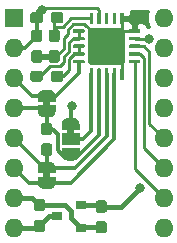
<source format=gbr>
G04 #@! TF.GenerationSoftware,KiCad,Pcbnew,(5.1.4)-1*
G04 #@! TF.CreationDate,2020-09-18T11:40:10-05:00*
G04 #@! TF.ProjectId,pt100stick,70743130-3073-4746-9963-6b2e6b696361,rev?*
G04 #@! TF.SameCoordinates,Original*
G04 #@! TF.FileFunction,Copper,L1,Top*
G04 #@! TF.FilePolarity,Positive*
%FSLAX46Y46*%
G04 Gerber Fmt 4.6, Leading zero omitted, Abs format (unit mm)*
G04 Created by KiCad (PCBNEW (5.1.4)-1) date 2020-09-18 11:40:10*
%MOMM*%
%LPD*%
G04 APERTURE LIST*
%ADD10C,0.100000*%
%ADD11O,1.600000X1.600000*%
%ADD12R,1.600000X1.600000*%
%ADD13C,0.950000*%
%ADD14R,0.900000X0.800000*%
%ADD15C,0.500000*%
%ADD16R,1.500000X1.000000*%
%ADD17C,3.100000*%
%ADD18C,0.300000*%
%ADD19C,0.800000*%
%ADD20C,0.250000*%
%ADD21C,0.300000*%
%ADD22C,0.400000*%
%ADD23C,0.254000*%
G04 APERTURE END LIST*
D10*
G36*
X147366000Y-80507000D02*
G01*
X147366000Y-81007000D01*
X146766000Y-81007000D01*
X146766000Y-80507000D01*
X147366000Y-80507000D01*
G37*
G36*
X145334000Y-78646000D02*
G01*
X145334000Y-78146000D01*
X144734000Y-78146000D01*
X144734000Y-78646000D01*
X145334000Y-78646000D01*
G37*
G36*
X144734000Y-84205000D02*
G01*
X144734000Y-84705000D01*
X145334000Y-84705000D01*
X145334000Y-84205000D01*
X144734000Y-84205000D01*
G37*
D11*
X154940000Y-71120000D03*
X142240000Y-88900000D03*
X154940000Y-73660000D03*
X142240000Y-86360000D03*
X154940000Y-76200000D03*
X142240000Y-83820000D03*
X154940000Y-78740000D03*
X142240000Y-81280000D03*
X154940000Y-81280000D03*
X142240000Y-78740000D03*
X154940000Y-83820000D03*
X142240000Y-76200000D03*
X154940000Y-86360000D03*
X142240000Y-73660000D03*
X154940000Y-88900000D03*
D12*
X142240000Y-71120000D03*
D10*
G36*
X149917579Y-88336744D02*
G01*
X149940634Y-88340163D01*
X149963243Y-88345827D01*
X149985187Y-88353679D01*
X150006257Y-88363644D01*
X150026248Y-88375626D01*
X150044968Y-88389510D01*
X150062238Y-88405162D01*
X150077890Y-88422432D01*
X150091774Y-88441152D01*
X150103756Y-88461143D01*
X150113721Y-88482213D01*
X150121573Y-88504157D01*
X150127237Y-88526766D01*
X150130656Y-88549821D01*
X150131800Y-88573100D01*
X150131800Y-89148100D01*
X150130656Y-89171379D01*
X150127237Y-89194434D01*
X150121573Y-89217043D01*
X150113721Y-89238987D01*
X150103756Y-89260057D01*
X150091774Y-89280048D01*
X150077890Y-89298768D01*
X150062238Y-89316038D01*
X150044968Y-89331690D01*
X150026248Y-89345574D01*
X150006257Y-89357556D01*
X149985187Y-89367521D01*
X149963243Y-89375373D01*
X149940634Y-89381037D01*
X149917579Y-89384456D01*
X149894300Y-89385600D01*
X149419300Y-89385600D01*
X149396021Y-89384456D01*
X149372966Y-89381037D01*
X149350357Y-89375373D01*
X149328413Y-89367521D01*
X149307343Y-89357556D01*
X149287352Y-89345574D01*
X149268632Y-89331690D01*
X149251362Y-89316038D01*
X149235710Y-89298768D01*
X149221826Y-89280048D01*
X149209844Y-89260057D01*
X149199879Y-89238987D01*
X149192027Y-89217043D01*
X149186363Y-89194434D01*
X149182944Y-89171379D01*
X149181800Y-89148100D01*
X149181800Y-88573100D01*
X149182944Y-88549821D01*
X149186363Y-88526766D01*
X149192027Y-88504157D01*
X149199879Y-88482213D01*
X149209844Y-88461143D01*
X149221826Y-88441152D01*
X149235710Y-88422432D01*
X149251362Y-88405162D01*
X149268632Y-88389510D01*
X149287352Y-88375626D01*
X149307343Y-88363644D01*
X149328413Y-88353679D01*
X149350357Y-88345827D01*
X149372966Y-88340163D01*
X149396021Y-88336744D01*
X149419300Y-88335600D01*
X149894300Y-88335600D01*
X149917579Y-88336744D01*
X149917579Y-88336744D01*
G37*
D13*
X149656800Y-88860600D03*
D10*
G36*
X149917579Y-86586744D02*
G01*
X149940634Y-86590163D01*
X149963243Y-86595827D01*
X149985187Y-86603679D01*
X150006257Y-86613644D01*
X150026248Y-86625626D01*
X150044968Y-86639510D01*
X150062238Y-86655162D01*
X150077890Y-86672432D01*
X150091774Y-86691152D01*
X150103756Y-86711143D01*
X150113721Y-86732213D01*
X150121573Y-86754157D01*
X150127237Y-86776766D01*
X150130656Y-86799821D01*
X150131800Y-86823100D01*
X150131800Y-87398100D01*
X150130656Y-87421379D01*
X150127237Y-87444434D01*
X150121573Y-87467043D01*
X150113721Y-87488987D01*
X150103756Y-87510057D01*
X150091774Y-87530048D01*
X150077890Y-87548768D01*
X150062238Y-87566038D01*
X150044968Y-87581690D01*
X150026248Y-87595574D01*
X150006257Y-87607556D01*
X149985187Y-87617521D01*
X149963243Y-87625373D01*
X149940634Y-87631037D01*
X149917579Y-87634456D01*
X149894300Y-87635600D01*
X149419300Y-87635600D01*
X149396021Y-87634456D01*
X149372966Y-87631037D01*
X149350357Y-87625373D01*
X149328413Y-87617521D01*
X149307343Y-87607556D01*
X149287352Y-87595574D01*
X149268632Y-87581690D01*
X149251362Y-87566038D01*
X149235710Y-87548768D01*
X149221826Y-87530048D01*
X149209844Y-87510057D01*
X149199879Y-87488987D01*
X149192027Y-87467043D01*
X149186363Y-87444434D01*
X149182944Y-87421379D01*
X149181800Y-87398100D01*
X149181800Y-86823100D01*
X149182944Y-86799821D01*
X149186363Y-86776766D01*
X149192027Y-86754157D01*
X149199879Y-86732213D01*
X149209844Y-86711143D01*
X149221826Y-86691152D01*
X149235710Y-86672432D01*
X149251362Y-86655162D01*
X149268632Y-86639510D01*
X149287352Y-86625626D01*
X149307343Y-86613644D01*
X149328413Y-86603679D01*
X149350357Y-86595827D01*
X149372966Y-86590163D01*
X149396021Y-86586744D01*
X149419300Y-86585600D01*
X149894300Y-86585600D01*
X149917579Y-86586744D01*
X149917579Y-86586744D01*
G37*
D13*
X149656800Y-87110600D03*
D14*
X145948400Y-87934800D03*
X147948400Y-86984800D03*
X147948400Y-88884800D03*
D10*
G36*
X144685179Y-86473744D02*
G01*
X144708234Y-86477163D01*
X144730843Y-86482827D01*
X144752787Y-86490679D01*
X144773857Y-86500644D01*
X144793848Y-86512626D01*
X144812568Y-86526510D01*
X144829838Y-86542162D01*
X144845490Y-86559432D01*
X144859374Y-86578152D01*
X144871356Y-86598143D01*
X144881321Y-86619213D01*
X144889173Y-86641157D01*
X144894837Y-86663766D01*
X144898256Y-86686821D01*
X144899400Y-86710100D01*
X144899400Y-87285100D01*
X144898256Y-87308379D01*
X144894837Y-87331434D01*
X144889173Y-87354043D01*
X144881321Y-87375987D01*
X144871356Y-87397057D01*
X144859374Y-87417048D01*
X144845490Y-87435768D01*
X144829838Y-87453038D01*
X144812568Y-87468690D01*
X144793848Y-87482574D01*
X144773857Y-87494556D01*
X144752787Y-87504521D01*
X144730843Y-87512373D01*
X144708234Y-87518037D01*
X144685179Y-87521456D01*
X144661900Y-87522600D01*
X144186900Y-87522600D01*
X144163621Y-87521456D01*
X144140566Y-87518037D01*
X144117957Y-87512373D01*
X144096013Y-87504521D01*
X144074943Y-87494556D01*
X144054952Y-87482574D01*
X144036232Y-87468690D01*
X144018962Y-87453038D01*
X144003310Y-87435768D01*
X143989426Y-87417048D01*
X143977444Y-87397057D01*
X143967479Y-87375987D01*
X143959627Y-87354043D01*
X143953963Y-87331434D01*
X143950544Y-87308379D01*
X143949400Y-87285100D01*
X143949400Y-86710100D01*
X143950544Y-86686821D01*
X143953963Y-86663766D01*
X143959627Y-86641157D01*
X143967479Y-86619213D01*
X143977444Y-86598143D01*
X143989426Y-86578152D01*
X144003310Y-86559432D01*
X144018962Y-86542162D01*
X144036232Y-86526510D01*
X144054952Y-86512626D01*
X144074943Y-86500644D01*
X144096013Y-86490679D01*
X144117957Y-86482827D01*
X144140566Y-86477163D01*
X144163621Y-86473744D01*
X144186900Y-86472600D01*
X144661900Y-86472600D01*
X144685179Y-86473744D01*
X144685179Y-86473744D01*
G37*
D13*
X144424400Y-86997600D03*
D10*
G36*
X144685179Y-88223744D02*
G01*
X144708234Y-88227163D01*
X144730843Y-88232827D01*
X144752787Y-88240679D01*
X144773857Y-88250644D01*
X144793848Y-88262626D01*
X144812568Y-88276510D01*
X144829838Y-88292162D01*
X144845490Y-88309432D01*
X144859374Y-88328152D01*
X144871356Y-88348143D01*
X144881321Y-88369213D01*
X144889173Y-88391157D01*
X144894837Y-88413766D01*
X144898256Y-88436821D01*
X144899400Y-88460100D01*
X144899400Y-89035100D01*
X144898256Y-89058379D01*
X144894837Y-89081434D01*
X144889173Y-89104043D01*
X144881321Y-89125987D01*
X144871356Y-89147057D01*
X144859374Y-89167048D01*
X144845490Y-89185768D01*
X144829838Y-89203038D01*
X144812568Y-89218690D01*
X144793848Y-89232574D01*
X144773857Y-89244556D01*
X144752787Y-89254521D01*
X144730843Y-89262373D01*
X144708234Y-89268037D01*
X144685179Y-89271456D01*
X144661900Y-89272600D01*
X144186900Y-89272600D01*
X144163621Y-89271456D01*
X144140566Y-89268037D01*
X144117957Y-89262373D01*
X144096013Y-89254521D01*
X144074943Y-89244556D01*
X144054952Y-89232574D01*
X144036232Y-89218690D01*
X144018962Y-89203038D01*
X144003310Y-89185768D01*
X143989426Y-89167048D01*
X143977444Y-89147057D01*
X143967479Y-89125987D01*
X143959627Y-89104043D01*
X143953963Y-89081434D01*
X143950544Y-89058379D01*
X143949400Y-89035100D01*
X143949400Y-88460100D01*
X143950544Y-88436821D01*
X143953963Y-88413766D01*
X143959627Y-88391157D01*
X143967479Y-88369213D01*
X143977444Y-88348143D01*
X143989426Y-88328152D01*
X144003310Y-88309432D01*
X144018962Y-88292162D01*
X144036232Y-88276510D01*
X144054952Y-88262626D01*
X144074943Y-88250644D01*
X144096013Y-88240679D01*
X144117957Y-88232827D01*
X144140566Y-88227163D01*
X144163621Y-88223744D01*
X144186900Y-88222600D01*
X144661900Y-88222600D01*
X144685179Y-88223744D01*
X144685179Y-88223744D01*
G37*
D13*
X144424400Y-88747600D03*
D15*
X147066000Y-80107000D03*
D10*
G36*
X146316000Y-80657000D02*
G01*
X146316000Y-80107000D01*
X146316602Y-80107000D01*
X146316602Y-80082466D01*
X146321412Y-80033635D01*
X146330984Y-79985510D01*
X146345228Y-79938555D01*
X146364005Y-79893222D01*
X146387136Y-79849949D01*
X146414396Y-79809150D01*
X146445524Y-79771221D01*
X146480221Y-79736524D01*
X146518150Y-79705396D01*
X146558949Y-79678136D01*
X146602222Y-79655005D01*
X146647555Y-79636228D01*
X146694510Y-79621984D01*
X146742635Y-79612412D01*
X146791466Y-79607602D01*
X146816000Y-79607602D01*
X146816000Y-79607000D01*
X147316000Y-79607000D01*
X147316000Y-79607602D01*
X147340534Y-79607602D01*
X147389365Y-79612412D01*
X147437490Y-79621984D01*
X147484445Y-79636228D01*
X147529778Y-79655005D01*
X147573051Y-79678136D01*
X147613850Y-79705396D01*
X147651779Y-79736524D01*
X147686476Y-79771221D01*
X147717604Y-79809150D01*
X147744864Y-79849949D01*
X147767995Y-79893222D01*
X147786772Y-79938555D01*
X147801016Y-79985510D01*
X147810588Y-80033635D01*
X147815398Y-80082466D01*
X147815398Y-80107000D01*
X147816000Y-80107000D01*
X147816000Y-80657000D01*
X146316000Y-80657000D01*
X146316000Y-80657000D01*
G37*
D16*
X147066000Y-81407000D03*
D15*
X147066000Y-82707000D03*
D10*
G36*
X147815398Y-82707000D02*
G01*
X147815398Y-82731534D01*
X147810588Y-82780365D01*
X147801016Y-82828490D01*
X147786772Y-82875445D01*
X147767995Y-82920778D01*
X147744864Y-82964051D01*
X147717604Y-83004850D01*
X147686476Y-83042779D01*
X147651779Y-83077476D01*
X147613850Y-83108604D01*
X147573051Y-83135864D01*
X147529778Y-83158995D01*
X147484445Y-83177772D01*
X147437490Y-83192016D01*
X147389365Y-83201588D01*
X147340534Y-83206398D01*
X147316000Y-83206398D01*
X147316000Y-83207000D01*
X146816000Y-83207000D01*
X146816000Y-83206398D01*
X146791466Y-83206398D01*
X146742635Y-83201588D01*
X146694510Y-83192016D01*
X146647555Y-83177772D01*
X146602222Y-83158995D01*
X146558949Y-83135864D01*
X146518150Y-83108604D01*
X146480221Y-83077476D01*
X146445524Y-83042779D01*
X146414396Y-83004850D01*
X146387136Y-82964051D01*
X146364005Y-82920778D01*
X146345228Y-82875445D01*
X146330984Y-82828490D01*
X146321412Y-82780365D01*
X146316602Y-82731534D01*
X146316602Y-82707000D01*
X146316000Y-82707000D01*
X146316000Y-82157000D01*
X147816000Y-82157000D01*
X147816000Y-82707000D01*
X147815398Y-82707000D01*
X147815398Y-82707000D01*
G37*
D15*
X145034000Y-77746000D03*
D10*
G36*
X144284000Y-78246000D02*
G01*
X144284000Y-77746000D01*
X144284602Y-77746000D01*
X144284602Y-77721466D01*
X144289412Y-77672635D01*
X144298984Y-77624510D01*
X144313228Y-77577555D01*
X144332005Y-77532222D01*
X144355136Y-77488949D01*
X144382396Y-77448150D01*
X144413524Y-77410221D01*
X144448221Y-77375524D01*
X144486150Y-77344396D01*
X144526949Y-77317136D01*
X144570222Y-77294005D01*
X144615555Y-77275228D01*
X144662510Y-77260984D01*
X144710635Y-77251412D01*
X144759466Y-77246602D01*
X144784000Y-77246602D01*
X144784000Y-77246000D01*
X145284000Y-77246000D01*
X145284000Y-77246602D01*
X145308534Y-77246602D01*
X145357365Y-77251412D01*
X145405490Y-77260984D01*
X145452445Y-77275228D01*
X145497778Y-77294005D01*
X145541051Y-77317136D01*
X145581850Y-77344396D01*
X145619779Y-77375524D01*
X145654476Y-77410221D01*
X145685604Y-77448150D01*
X145712864Y-77488949D01*
X145735995Y-77532222D01*
X145754772Y-77577555D01*
X145769016Y-77624510D01*
X145778588Y-77672635D01*
X145783398Y-77721466D01*
X145783398Y-77746000D01*
X145784000Y-77746000D01*
X145784000Y-78246000D01*
X144284000Y-78246000D01*
X144284000Y-78246000D01*
G37*
D15*
X145034000Y-79046000D03*
D10*
G36*
X145783398Y-79046000D02*
G01*
X145783398Y-79070534D01*
X145778588Y-79119365D01*
X145769016Y-79167490D01*
X145754772Y-79214445D01*
X145735995Y-79259778D01*
X145712864Y-79303051D01*
X145685604Y-79343850D01*
X145654476Y-79381779D01*
X145619779Y-79416476D01*
X145581850Y-79447604D01*
X145541051Y-79474864D01*
X145497778Y-79497995D01*
X145452445Y-79516772D01*
X145405490Y-79531016D01*
X145357365Y-79540588D01*
X145308534Y-79545398D01*
X145284000Y-79545398D01*
X145284000Y-79546000D01*
X144784000Y-79546000D01*
X144784000Y-79545398D01*
X144759466Y-79545398D01*
X144710635Y-79540588D01*
X144662510Y-79531016D01*
X144615555Y-79516772D01*
X144570222Y-79497995D01*
X144526949Y-79474864D01*
X144486150Y-79447604D01*
X144448221Y-79416476D01*
X144413524Y-79381779D01*
X144382396Y-79343850D01*
X144355136Y-79303051D01*
X144332005Y-79259778D01*
X144313228Y-79214445D01*
X144298984Y-79167490D01*
X144289412Y-79119365D01*
X144284602Y-79070534D01*
X144284602Y-79046000D01*
X144284000Y-79046000D01*
X144284000Y-78546000D01*
X145784000Y-78546000D01*
X145784000Y-79046000D01*
X145783398Y-79046000D01*
X145783398Y-79046000D01*
G37*
D15*
X145034000Y-85105000D03*
D10*
G36*
X145784000Y-84605000D02*
G01*
X145784000Y-85105000D01*
X145783398Y-85105000D01*
X145783398Y-85129534D01*
X145778588Y-85178365D01*
X145769016Y-85226490D01*
X145754772Y-85273445D01*
X145735995Y-85318778D01*
X145712864Y-85362051D01*
X145685604Y-85402850D01*
X145654476Y-85440779D01*
X145619779Y-85475476D01*
X145581850Y-85506604D01*
X145541051Y-85533864D01*
X145497778Y-85556995D01*
X145452445Y-85575772D01*
X145405490Y-85590016D01*
X145357365Y-85599588D01*
X145308534Y-85604398D01*
X145284000Y-85604398D01*
X145284000Y-85605000D01*
X144784000Y-85605000D01*
X144784000Y-85604398D01*
X144759466Y-85604398D01*
X144710635Y-85599588D01*
X144662510Y-85590016D01*
X144615555Y-85575772D01*
X144570222Y-85556995D01*
X144526949Y-85533864D01*
X144486150Y-85506604D01*
X144448221Y-85475476D01*
X144413524Y-85440779D01*
X144382396Y-85402850D01*
X144355136Y-85362051D01*
X144332005Y-85318778D01*
X144313228Y-85273445D01*
X144298984Y-85226490D01*
X144289412Y-85178365D01*
X144284602Y-85129534D01*
X144284602Y-85105000D01*
X144284000Y-85105000D01*
X144284000Y-84605000D01*
X145784000Y-84605000D01*
X145784000Y-84605000D01*
G37*
D15*
X145034000Y-83805000D03*
D10*
G36*
X144284602Y-83805000D02*
G01*
X144284602Y-83780466D01*
X144289412Y-83731635D01*
X144298984Y-83683510D01*
X144313228Y-83636555D01*
X144332005Y-83591222D01*
X144355136Y-83547949D01*
X144382396Y-83507150D01*
X144413524Y-83469221D01*
X144448221Y-83434524D01*
X144486150Y-83403396D01*
X144526949Y-83376136D01*
X144570222Y-83353005D01*
X144615555Y-83334228D01*
X144662510Y-83319984D01*
X144710635Y-83310412D01*
X144759466Y-83305602D01*
X144784000Y-83305602D01*
X144784000Y-83305000D01*
X145284000Y-83305000D01*
X145284000Y-83305602D01*
X145308534Y-83305602D01*
X145357365Y-83310412D01*
X145405490Y-83319984D01*
X145452445Y-83334228D01*
X145497778Y-83353005D01*
X145541051Y-83376136D01*
X145581850Y-83403396D01*
X145619779Y-83434524D01*
X145654476Y-83469221D01*
X145685604Y-83507150D01*
X145712864Y-83547949D01*
X145735995Y-83591222D01*
X145754772Y-83636555D01*
X145769016Y-83683510D01*
X145778588Y-83731635D01*
X145783398Y-83780466D01*
X145783398Y-83805000D01*
X145784000Y-83805000D01*
X145784000Y-84305000D01*
X144284000Y-84305000D01*
X144284000Y-83805000D01*
X144284602Y-83805000D01*
X144284602Y-83805000D01*
G37*
G36*
X145929779Y-73870144D02*
G01*
X145952834Y-73873563D01*
X145975443Y-73879227D01*
X145997387Y-73887079D01*
X146018457Y-73897044D01*
X146038448Y-73909026D01*
X146057168Y-73922910D01*
X146074438Y-73938562D01*
X146090090Y-73955832D01*
X146103974Y-73974552D01*
X146115956Y-73994543D01*
X146125921Y-74015613D01*
X146133773Y-74037557D01*
X146139437Y-74060166D01*
X146142856Y-74083221D01*
X146144000Y-74106500D01*
X146144000Y-74681500D01*
X146142856Y-74704779D01*
X146139437Y-74727834D01*
X146133773Y-74750443D01*
X146125921Y-74772387D01*
X146115956Y-74793457D01*
X146103974Y-74813448D01*
X146090090Y-74832168D01*
X146074438Y-74849438D01*
X146057168Y-74865090D01*
X146038448Y-74878974D01*
X146018457Y-74890956D01*
X145997387Y-74900921D01*
X145975443Y-74908773D01*
X145952834Y-74914437D01*
X145929779Y-74917856D01*
X145906500Y-74919000D01*
X145431500Y-74919000D01*
X145408221Y-74917856D01*
X145385166Y-74914437D01*
X145362557Y-74908773D01*
X145340613Y-74900921D01*
X145319543Y-74890956D01*
X145299552Y-74878974D01*
X145280832Y-74865090D01*
X145263562Y-74849438D01*
X145247910Y-74832168D01*
X145234026Y-74813448D01*
X145222044Y-74793457D01*
X145212079Y-74772387D01*
X145204227Y-74750443D01*
X145198563Y-74727834D01*
X145195144Y-74704779D01*
X145194000Y-74681500D01*
X145194000Y-74106500D01*
X145195144Y-74083221D01*
X145198563Y-74060166D01*
X145204227Y-74037557D01*
X145212079Y-74015613D01*
X145222044Y-73994543D01*
X145234026Y-73974552D01*
X145247910Y-73955832D01*
X145263562Y-73938562D01*
X145280832Y-73922910D01*
X145299552Y-73909026D01*
X145319543Y-73897044D01*
X145340613Y-73887079D01*
X145362557Y-73879227D01*
X145385166Y-73873563D01*
X145408221Y-73870144D01*
X145431500Y-73869000D01*
X145906500Y-73869000D01*
X145929779Y-73870144D01*
X145929779Y-73870144D01*
G37*
D13*
X145669000Y-74394000D03*
D10*
G36*
X145929779Y-72120144D02*
G01*
X145952834Y-72123563D01*
X145975443Y-72129227D01*
X145997387Y-72137079D01*
X146018457Y-72147044D01*
X146038448Y-72159026D01*
X146057168Y-72172910D01*
X146074438Y-72188562D01*
X146090090Y-72205832D01*
X146103974Y-72224552D01*
X146115956Y-72244543D01*
X146125921Y-72265613D01*
X146133773Y-72287557D01*
X146139437Y-72310166D01*
X146142856Y-72333221D01*
X146144000Y-72356500D01*
X146144000Y-72931500D01*
X146142856Y-72954779D01*
X146139437Y-72977834D01*
X146133773Y-73000443D01*
X146125921Y-73022387D01*
X146115956Y-73043457D01*
X146103974Y-73063448D01*
X146090090Y-73082168D01*
X146074438Y-73099438D01*
X146057168Y-73115090D01*
X146038448Y-73128974D01*
X146018457Y-73140956D01*
X145997387Y-73150921D01*
X145975443Y-73158773D01*
X145952834Y-73164437D01*
X145929779Y-73167856D01*
X145906500Y-73169000D01*
X145431500Y-73169000D01*
X145408221Y-73167856D01*
X145385166Y-73164437D01*
X145362557Y-73158773D01*
X145340613Y-73150921D01*
X145319543Y-73140956D01*
X145299552Y-73128974D01*
X145280832Y-73115090D01*
X145263562Y-73099438D01*
X145247910Y-73082168D01*
X145234026Y-73063448D01*
X145222044Y-73043457D01*
X145212079Y-73022387D01*
X145204227Y-73000443D01*
X145198563Y-72977834D01*
X145195144Y-72954779D01*
X145194000Y-72931500D01*
X145194000Y-72356500D01*
X145195144Y-72333221D01*
X145198563Y-72310166D01*
X145204227Y-72287557D01*
X145212079Y-72265613D01*
X145222044Y-72244543D01*
X145234026Y-72224552D01*
X145247910Y-72205832D01*
X145263562Y-72188562D01*
X145280832Y-72172910D01*
X145299552Y-72159026D01*
X145319543Y-72147044D01*
X145340613Y-72137079D01*
X145362557Y-72129227D01*
X145385166Y-72123563D01*
X145408221Y-72120144D01*
X145431500Y-72119000D01*
X145906500Y-72119000D01*
X145929779Y-72120144D01*
X145929779Y-72120144D01*
G37*
D13*
X145669000Y-72644000D03*
D10*
G36*
X144483779Y-75599144D02*
G01*
X144506834Y-75602563D01*
X144529443Y-75608227D01*
X144551387Y-75616079D01*
X144572457Y-75626044D01*
X144592448Y-75638026D01*
X144611168Y-75651910D01*
X144628438Y-75667562D01*
X144644090Y-75684832D01*
X144657974Y-75703552D01*
X144669956Y-75723543D01*
X144679921Y-75744613D01*
X144687773Y-75766557D01*
X144693437Y-75789166D01*
X144696856Y-75812221D01*
X144698000Y-75835500D01*
X144698000Y-76310500D01*
X144696856Y-76333779D01*
X144693437Y-76356834D01*
X144687773Y-76379443D01*
X144679921Y-76401387D01*
X144669956Y-76422457D01*
X144657974Y-76442448D01*
X144644090Y-76461168D01*
X144628438Y-76478438D01*
X144611168Y-76494090D01*
X144592448Y-76507974D01*
X144572457Y-76519956D01*
X144551387Y-76529921D01*
X144529443Y-76537773D01*
X144506834Y-76543437D01*
X144483779Y-76546856D01*
X144460500Y-76548000D01*
X143885500Y-76548000D01*
X143862221Y-76546856D01*
X143839166Y-76543437D01*
X143816557Y-76537773D01*
X143794613Y-76529921D01*
X143773543Y-76519956D01*
X143753552Y-76507974D01*
X143734832Y-76494090D01*
X143717562Y-76478438D01*
X143701910Y-76461168D01*
X143688026Y-76442448D01*
X143676044Y-76422457D01*
X143666079Y-76401387D01*
X143658227Y-76379443D01*
X143652563Y-76356834D01*
X143649144Y-76333779D01*
X143648000Y-76310500D01*
X143648000Y-75835500D01*
X143649144Y-75812221D01*
X143652563Y-75789166D01*
X143658227Y-75766557D01*
X143666079Y-75744613D01*
X143676044Y-75723543D01*
X143688026Y-75703552D01*
X143701910Y-75684832D01*
X143717562Y-75667562D01*
X143734832Y-75651910D01*
X143753552Y-75638026D01*
X143773543Y-75626044D01*
X143794613Y-75616079D01*
X143816557Y-75608227D01*
X143839166Y-75602563D01*
X143862221Y-75599144D01*
X143885500Y-75598000D01*
X144460500Y-75598000D01*
X144483779Y-75599144D01*
X144483779Y-75599144D01*
G37*
D13*
X144173000Y-76073000D03*
D10*
G36*
X146233779Y-75599144D02*
G01*
X146256834Y-75602563D01*
X146279443Y-75608227D01*
X146301387Y-75616079D01*
X146322457Y-75626044D01*
X146342448Y-75638026D01*
X146361168Y-75651910D01*
X146378438Y-75667562D01*
X146394090Y-75684832D01*
X146407974Y-75703552D01*
X146419956Y-75723543D01*
X146429921Y-75744613D01*
X146437773Y-75766557D01*
X146443437Y-75789166D01*
X146446856Y-75812221D01*
X146448000Y-75835500D01*
X146448000Y-76310500D01*
X146446856Y-76333779D01*
X146443437Y-76356834D01*
X146437773Y-76379443D01*
X146429921Y-76401387D01*
X146419956Y-76422457D01*
X146407974Y-76442448D01*
X146394090Y-76461168D01*
X146378438Y-76478438D01*
X146361168Y-76494090D01*
X146342448Y-76507974D01*
X146322457Y-76519956D01*
X146301387Y-76529921D01*
X146279443Y-76537773D01*
X146256834Y-76543437D01*
X146233779Y-76546856D01*
X146210500Y-76548000D01*
X145635500Y-76548000D01*
X145612221Y-76546856D01*
X145589166Y-76543437D01*
X145566557Y-76537773D01*
X145544613Y-76529921D01*
X145523543Y-76519956D01*
X145503552Y-76507974D01*
X145484832Y-76494090D01*
X145467562Y-76478438D01*
X145451910Y-76461168D01*
X145438026Y-76442448D01*
X145426044Y-76422457D01*
X145416079Y-76401387D01*
X145408227Y-76379443D01*
X145402563Y-76356834D01*
X145399144Y-76333779D01*
X145398000Y-76310500D01*
X145398000Y-75835500D01*
X145399144Y-75812221D01*
X145402563Y-75789166D01*
X145408227Y-75766557D01*
X145416079Y-75744613D01*
X145426044Y-75723543D01*
X145438026Y-75703552D01*
X145451910Y-75684832D01*
X145467562Y-75667562D01*
X145484832Y-75651910D01*
X145503552Y-75638026D01*
X145523543Y-75626044D01*
X145544613Y-75616079D01*
X145566557Y-75608227D01*
X145589166Y-75602563D01*
X145612221Y-75599144D01*
X145635500Y-75598000D01*
X146210500Y-75598000D01*
X146233779Y-75599144D01*
X146233779Y-75599144D01*
G37*
D13*
X145923000Y-76073000D03*
D10*
G36*
X146233779Y-70646144D02*
G01*
X146256834Y-70649563D01*
X146279443Y-70655227D01*
X146301387Y-70663079D01*
X146322457Y-70673044D01*
X146342448Y-70685026D01*
X146361168Y-70698910D01*
X146378438Y-70714562D01*
X146394090Y-70731832D01*
X146407974Y-70750552D01*
X146419956Y-70770543D01*
X146429921Y-70791613D01*
X146437773Y-70813557D01*
X146443437Y-70836166D01*
X146446856Y-70859221D01*
X146448000Y-70882500D01*
X146448000Y-71357500D01*
X146446856Y-71380779D01*
X146443437Y-71403834D01*
X146437773Y-71426443D01*
X146429921Y-71448387D01*
X146419956Y-71469457D01*
X146407974Y-71489448D01*
X146394090Y-71508168D01*
X146378438Y-71525438D01*
X146361168Y-71541090D01*
X146342448Y-71554974D01*
X146322457Y-71566956D01*
X146301387Y-71576921D01*
X146279443Y-71584773D01*
X146256834Y-71590437D01*
X146233779Y-71593856D01*
X146210500Y-71595000D01*
X145635500Y-71595000D01*
X145612221Y-71593856D01*
X145589166Y-71590437D01*
X145566557Y-71584773D01*
X145544613Y-71576921D01*
X145523543Y-71566956D01*
X145503552Y-71554974D01*
X145484832Y-71541090D01*
X145467562Y-71525438D01*
X145451910Y-71508168D01*
X145438026Y-71489448D01*
X145426044Y-71469457D01*
X145416079Y-71448387D01*
X145408227Y-71426443D01*
X145402563Y-71403834D01*
X145399144Y-71380779D01*
X145398000Y-71357500D01*
X145398000Y-70882500D01*
X145399144Y-70859221D01*
X145402563Y-70836166D01*
X145408227Y-70813557D01*
X145416079Y-70791613D01*
X145426044Y-70770543D01*
X145438026Y-70750552D01*
X145451910Y-70731832D01*
X145467562Y-70714562D01*
X145484832Y-70698910D01*
X145503552Y-70685026D01*
X145523543Y-70673044D01*
X145544613Y-70663079D01*
X145566557Y-70655227D01*
X145589166Y-70649563D01*
X145612221Y-70646144D01*
X145635500Y-70645000D01*
X146210500Y-70645000D01*
X146233779Y-70646144D01*
X146233779Y-70646144D01*
G37*
D13*
X145923000Y-71120000D03*
D10*
G36*
X144483779Y-70646144D02*
G01*
X144506834Y-70649563D01*
X144529443Y-70655227D01*
X144551387Y-70663079D01*
X144572457Y-70673044D01*
X144592448Y-70685026D01*
X144611168Y-70698910D01*
X144628438Y-70714562D01*
X144644090Y-70731832D01*
X144657974Y-70750552D01*
X144669956Y-70770543D01*
X144679921Y-70791613D01*
X144687773Y-70813557D01*
X144693437Y-70836166D01*
X144696856Y-70859221D01*
X144698000Y-70882500D01*
X144698000Y-71357500D01*
X144696856Y-71380779D01*
X144693437Y-71403834D01*
X144687773Y-71426443D01*
X144679921Y-71448387D01*
X144669956Y-71469457D01*
X144657974Y-71489448D01*
X144644090Y-71508168D01*
X144628438Y-71525438D01*
X144611168Y-71541090D01*
X144592448Y-71554974D01*
X144572457Y-71566956D01*
X144551387Y-71576921D01*
X144529443Y-71584773D01*
X144506834Y-71590437D01*
X144483779Y-71593856D01*
X144460500Y-71595000D01*
X143885500Y-71595000D01*
X143862221Y-71593856D01*
X143839166Y-71590437D01*
X143816557Y-71584773D01*
X143794613Y-71576921D01*
X143773543Y-71566956D01*
X143753552Y-71554974D01*
X143734832Y-71541090D01*
X143717562Y-71525438D01*
X143701910Y-71508168D01*
X143688026Y-71489448D01*
X143676044Y-71469457D01*
X143666079Y-71448387D01*
X143658227Y-71426443D01*
X143652563Y-71403834D01*
X143649144Y-71380779D01*
X143648000Y-71357500D01*
X143648000Y-70882500D01*
X143649144Y-70859221D01*
X143652563Y-70836166D01*
X143658227Y-70813557D01*
X143666079Y-70791613D01*
X143676044Y-70770543D01*
X143688026Y-70750552D01*
X143701910Y-70731832D01*
X143717562Y-70714562D01*
X143734832Y-70698910D01*
X143753552Y-70685026D01*
X143773543Y-70673044D01*
X143794613Y-70663079D01*
X143816557Y-70655227D01*
X143839166Y-70649563D01*
X143862221Y-70646144D01*
X143885500Y-70645000D01*
X144460500Y-70645000D01*
X144483779Y-70646144D01*
X144483779Y-70646144D01*
G37*
D13*
X144173000Y-71120000D03*
D10*
G36*
X144456579Y-73870144D02*
G01*
X144479634Y-73873563D01*
X144502243Y-73879227D01*
X144524187Y-73887079D01*
X144545257Y-73897044D01*
X144565248Y-73909026D01*
X144583968Y-73922910D01*
X144601238Y-73938562D01*
X144616890Y-73955832D01*
X144630774Y-73974552D01*
X144642756Y-73994543D01*
X144652721Y-74015613D01*
X144660573Y-74037557D01*
X144666237Y-74060166D01*
X144669656Y-74083221D01*
X144670800Y-74106500D01*
X144670800Y-74681500D01*
X144669656Y-74704779D01*
X144666237Y-74727834D01*
X144660573Y-74750443D01*
X144652721Y-74772387D01*
X144642756Y-74793457D01*
X144630774Y-74813448D01*
X144616890Y-74832168D01*
X144601238Y-74849438D01*
X144583968Y-74865090D01*
X144565248Y-74878974D01*
X144545257Y-74890956D01*
X144524187Y-74900921D01*
X144502243Y-74908773D01*
X144479634Y-74914437D01*
X144456579Y-74917856D01*
X144433300Y-74919000D01*
X143958300Y-74919000D01*
X143935021Y-74917856D01*
X143911966Y-74914437D01*
X143889357Y-74908773D01*
X143867413Y-74900921D01*
X143846343Y-74890956D01*
X143826352Y-74878974D01*
X143807632Y-74865090D01*
X143790362Y-74849438D01*
X143774710Y-74832168D01*
X143760826Y-74813448D01*
X143748844Y-74793457D01*
X143738879Y-74772387D01*
X143731027Y-74750443D01*
X143725363Y-74727834D01*
X143721944Y-74704779D01*
X143720800Y-74681500D01*
X143720800Y-74106500D01*
X143721944Y-74083221D01*
X143725363Y-74060166D01*
X143731027Y-74037557D01*
X143738879Y-74015613D01*
X143748844Y-73994543D01*
X143760826Y-73974552D01*
X143774710Y-73955832D01*
X143790362Y-73938562D01*
X143807632Y-73922910D01*
X143826352Y-73909026D01*
X143846343Y-73897044D01*
X143867413Y-73887079D01*
X143889357Y-73879227D01*
X143911966Y-73873563D01*
X143935021Y-73870144D01*
X143958300Y-73869000D01*
X144433300Y-73869000D01*
X144456579Y-73870144D01*
X144456579Y-73870144D01*
G37*
D13*
X144195800Y-74394000D03*
D10*
G36*
X144456579Y-72120144D02*
G01*
X144479634Y-72123563D01*
X144502243Y-72129227D01*
X144524187Y-72137079D01*
X144545257Y-72147044D01*
X144565248Y-72159026D01*
X144583968Y-72172910D01*
X144601238Y-72188562D01*
X144616890Y-72205832D01*
X144630774Y-72224552D01*
X144642756Y-72244543D01*
X144652721Y-72265613D01*
X144660573Y-72287557D01*
X144666237Y-72310166D01*
X144669656Y-72333221D01*
X144670800Y-72356500D01*
X144670800Y-72931500D01*
X144669656Y-72954779D01*
X144666237Y-72977834D01*
X144660573Y-73000443D01*
X144652721Y-73022387D01*
X144642756Y-73043457D01*
X144630774Y-73063448D01*
X144616890Y-73082168D01*
X144601238Y-73099438D01*
X144583968Y-73115090D01*
X144565248Y-73128974D01*
X144545257Y-73140956D01*
X144524187Y-73150921D01*
X144502243Y-73158773D01*
X144479634Y-73164437D01*
X144456579Y-73167856D01*
X144433300Y-73169000D01*
X143958300Y-73169000D01*
X143935021Y-73167856D01*
X143911966Y-73164437D01*
X143889357Y-73158773D01*
X143867413Y-73150921D01*
X143846343Y-73140956D01*
X143826352Y-73128974D01*
X143807632Y-73115090D01*
X143790362Y-73099438D01*
X143774710Y-73082168D01*
X143760826Y-73063448D01*
X143748844Y-73043457D01*
X143738879Y-73022387D01*
X143731027Y-73000443D01*
X143725363Y-72977834D01*
X143721944Y-72954779D01*
X143720800Y-72931500D01*
X143720800Y-72356500D01*
X143721944Y-72333221D01*
X143725363Y-72310166D01*
X143731027Y-72287557D01*
X143738879Y-72265613D01*
X143748844Y-72244543D01*
X143760826Y-72224552D01*
X143774710Y-72205832D01*
X143790362Y-72188562D01*
X143807632Y-72172910D01*
X143826352Y-72159026D01*
X143846343Y-72147044D01*
X143867413Y-72137079D01*
X143889357Y-72129227D01*
X143911966Y-72123563D01*
X143935021Y-72120144D01*
X143958300Y-72119000D01*
X144433300Y-72119000D01*
X144456579Y-72120144D01*
X144456579Y-72120144D01*
G37*
D13*
X144195800Y-72644000D03*
D10*
G36*
X145294779Y-81758144D02*
G01*
X145317834Y-81761563D01*
X145340443Y-81767227D01*
X145362387Y-81775079D01*
X145383457Y-81785044D01*
X145403448Y-81797026D01*
X145422168Y-81810910D01*
X145439438Y-81826562D01*
X145455090Y-81843832D01*
X145468974Y-81862552D01*
X145480956Y-81882543D01*
X145490921Y-81903613D01*
X145498773Y-81925557D01*
X145504437Y-81948166D01*
X145507856Y-81971221D01*
X145509000Y-81994500D01*
X145509000Y-82569500D01*
X145507856Y-82592779D01*
X145504437Y-82615834D01*
X145498773Y-82638443D01*
X145490921Y-82660387D01*
X145480956Y-82681457D01*
X145468974Y-82701448D01*
X145455090Y-82720168D01*
X145439438Y-82737438D01*
X145422168Y-82753090D01*
X145403448Y-82766974D01*
X145383457Y-82778956D01*
X145362387Y-82788921D01*
X145340443Y-82796773D01*
X145317834Y-82802437D01*
X145294779Y-82805856D01*
X145271500Y-82807000D01*
X144796500Y-82807000D01*
X144773221Y-82805856D01*
X144750166Y-82802437D01*
X144727557Y-82796773D01*
X144705613Y-82788921D01*
X144684543Y-82778956D01*
X144664552Y-82766974D01*
X144645832Y-82753090D01*
X144628562Y-82737438D01*
X144612910Y-82720168D01*
X144599026Y-82701448D01*
X144587044Y-82681457D01*
X144577079Y-82660387D01*
X144569227Y-82638443D01*
X144563563Y-82615834D01*
X144560144Y-82592779D01*
X144559000Y-82569500D01*
X144559000Y-81994500D01*
X144560144Y-81971221D01*
X144563563Y-81948166D01*
X144569227Y-81925557D01*
X144577079Y-81903613D01*
X144587044Y-81882543D01*
X144599026Y-81862552D01*
X144612910Y-81843832D01*
X144628562Y-81826562D01*
X144645832Y-81810910D01*
X144664552Y-81797026D01*
X144684543Y-81785044D01*
X144705613Y-81775079D01*
X144727557Y-81767227D01*
X144750166Y-81761563D01*
X144773221Y-81758144D01*
X144796500Y-81757000D01*
X145271500Y-81757000D01*
X145294779Y-81758144D01*
X145294779Y-81758144D01*
G37*
D13*
X145034000Y-82282000D03*
D10*
G36*
X145294779Y-80008144D02*
G01*
X145317834Y-80011563D01*
X145340443Y-80017227D01*
X145362387Y-80025079D01*
X145383457Y-80035044D01*
X145403448Y-80047026D01*
X145422168Y-80060910D01*
X145439438Y-80076562D01*
X145455090Y-80093832D01*
X145468974Y-80112552D01*
X145480956Y-80132543D01*
X145490921Y-80153613D01*
X145498773Y-80175557D01*
X145504437Y-80198166D01*
X145507856Y-80221221D01*
X145509000Y-80244500D01*
X145509000Y-80819500D01*
X145507856Y-80842779D01*
X145504437Y-80865834D01*
X145498773Y-80888443D01*
X145490921Y-80910387D01*
X145480956Y-80931457D01*
X145468974Y-80951448D01*
X145455090Y-80970168D01*
X145439438Y-80987438D01*
X145422168Y-81003090D01*
X145403448Y-81016974D01*
X145383457Y-81028956D01*
X145362387Y-81038921D01*
X145340443Y-81046773D01*
X145317834Y-81052437D01*
X145294779Y-81055856D01*
X145271500Y-81057000D01*
X144796500Y-81057000D01*
X144773221Y-81055856D01*
X144750166Y-81052437D01*
X144727557Y-81046773D01*
X144705613Y-81038921D01*
X144684543Y-81028956D01*
X144664552Y-81016974D01*
X144645832Y-81003090D01*
X144628562Y-80987438D01*
X144612910Y-80970168D01*
X144599026Y-80951448D01*
X144587044Y-80931457D01*
X144577079Y-80910387D01*
X144569227Y-80888443D01*
X144563563Y-80865834D01*
X144560144Y-80842779D01*
X144559000Y-80819500D01*
X144559000Y-80244500D01*
X144560144Y-80221221D01*
X144563563Y-80198166D01*
X144569227Y-80175557D01*
X144577079Y-80153613D01*
X144587044Y-80132543D01*
X144599026Y-80112552D01*
X144612910Y-80093832D01*
X144628562Y-80076562D01*
X144645832Y-80060910D01*
X144664552Y-80047026D01*
X144684543Y-80035044D01*
X144705613Y-80025079D01*
X144727557Y-80017227D01*
X144750166Y-80011563D01*
X144773221Y-80008144D01*
X144796500Y-80007000D01*
X145271500Y-80007000D01*
X145294779Y-80008144D01*
X145294779Y-80008144D01*
G37*
D13*
X145034000Y-80532000D03*
D10*
G36*
X151438505Y-71984204D02*
G01*
X151462773Y-71987804D01*
X151486572Y-71993765D01*
X151509671Y-72002030D01*
X151531850Y-72012520D01*
X151552893Y-72025132D01*
X151572599Y-72039747D01*
X151590777Y-72056223D01*
X151607253Y-72074401D01*
X151621868Y-72094107D01*
X151634480Y-72115150D01*
X151644970Y-72137329D01*
X151653235Y-72160428D01*
X151659196Y-72184227D01*
X151662796Y-72208495D01*
X151664000Y-72232999D01*
X151664000Y-74833001D01*
X151662796Y-74857505D01*
X151659196Y-74881773D01*
X151653235Y-74905572D01*
X151644970Y-74928671D01*
X151634480Y-74950850D01*
X151621868Y-74971893D01*
X151607253Y-74991599D01*
X151590777Y-75009777D01*
X151572599Y-75026253D01*
X151552893Y-75040868D01*
X151531850Y-75053480D01*
X151509671Y-75063970D01*
X151486572Y-75072235D01*
X151462773Y-75078196D01*
X151438505Y-75081796D01*
X151414001Y-75083000D01*
X148813999Y-75083000D01*
X148789495Y-75081796D01*
X148765227Y-75078196D01*
X148741428Y-75072235D01*
X148718329Y-75063970D01*
X148696150Y-75053480D01*
X148675107Y-75040868D01*
X148655401Y-75026253D01*
X148637223Y-75009777D01*
X148620747Y-74991599D01*
X148606132Y-74971893D01*
X148593520Y-74950850D01*
X148583030Y-74928671D01*
X148574765Y-74905572D01*
X148568804Y-74881773D01*
X148565204Y-74857505D01*
X148564000Y-74833001D01*
X148564000Y-72232999D01*
X148565204Y-72208495D01*
X148568804Y-72184227D01*
X148574765Y-72160428D01*
X148583030Y-72137329D01*
X148593520Y-72115150D01*
X148606132Y-72094107D01*
X148620747Y-72074401D01*
X148637223Y-72056223D01*
X148655401Y-72039747D01*
X148675107Y-72025132D01*
X148696150Y-72012520D01*
X148718329Y-72002030D01*
X148741428Y-71993765D01*
X148765227Y-71987804D01*
X148789495Y-71984204D01*
X148813999Y-71983000D01*
X151414001Y-71983000D01*
X151438505Y-71984204D01*
X151438505Y-71984204D01*
G37*
D17*
X150114000Y-73533000D03*
D10*
G36*
X148171351Y-72083361D02*
G01*
X148178632Y-72084441D01*
X148185771Y-72086229D01*
X148192701Y-72088709D01*
X148199355Y-72091856D01*
X148205668Y-72095640D01*
X148211579Y-72100024D01*
X148217033Y-72104967D01*
X148221976Y-72110421D01*
X148226360Y-72116332D01*
X148230144Y-72122645D01*
X148233291Y-72129299D01*
X148235771Y-72136229D01*
X148237559Y-72143368D01*
X148238639Y-72150649D01*
X148239000Y-72158000D01*
X148239000Y-72308000D01*
X148238639Y-72315351D01*
X148237559Y-72322632D01*
X148235771Y-72329771D01*
X148233291Y-72336701D01*
X148230144Y-72343355D01*
X148226360Y-72349668D01*
X148221976Y-72355579D01*
X148217033Y-72361033D01*
X148211579Y-72365976D01*
X148205668Y-72370360D01*
X148199355Y-72374144D01*
X148192701Y-72377291D01*
X148185771Y-72379771D01*
X148178632Y-72381559D01*
X148171351Y-72382639D01*
X148164000Y-72383000D01*
X147339000Y-72383000D01*
X147331649Y-72382639D01*
X147324368Y-72381559D01*
X147317229Y-72379771D01*
X147310299Y-72377291D01*
X147303645Y-72374144D01*
X147297332Y-72370360D01*
X147291421Y-72365976D01*
X147285967Y-72361033D01*
X147281024Y-72355579D01*
X147276640Y-72349668D01*
X147272856Y-72343355D01*
X147269709Y-72336701D01*
X147267229Y-72329771D01*
X147265441Y-72322632D01*
X147264361Y-72315351D01*
X147264000Y-72308000D01*
X147264000Y-72158000D01*
X147264361Y-72150649D01*
X147265441Y-72143368D01*
X147267229Y-72136229D01*
X147269709Y-72129299D01*
X147272856Y-72122645D01*
X147276640Y-72116332D01*
X147281024Y-72110421D01*
X147285967Y-72104967D01*
X147291421Y-72100024D01*
X147297332Y-72095640D01*
X147303645Y-72091856D01*
X147310299Y-72088709D01*
X147317229Y-72086229D01*
X147324368Y-72084441D01*
X147331649Y-72083361D01*
X147339000Y-72083000D01*
X148164000Y-72083000D01*
X148171351Y-72083361D01*
X148171351Y-72083361D01*
G37*
D18*
X147751500Y-72233000D03*
D10*
G36*
X148171351Y-72733361D02*
G01*
X148178632Y-72734441D01*
X148185771Y-72736229D01*
X148192701Y-72738709D01*
X148199355Y-72741856D01*
X148205668Y-72745640D01*
X148211579Y-72750024D01*
X148217033Y-72754967D01*
X148221976Y-72760421D01*
X148226360Y-72766332D01*
X148230144Y-72772645D01*
X148233291Y-72779299D01*
X148235771Y-72786229D01*
X148237559Y-72793368D01*
X148238639Y-72800649D01*
X148239000Y-72808000D01*
X148239000Y-72958000D01*
X148238639Y-72965351D01*
X148237559Y-72972632D01*
X148235771Y-72979771D01*
X148233291Y-72986701D01*
X148230144Y-72993355D01*
X148226360Y-72999668D01*
X148221976Y-73005579D01*
X148217033Y-73011033D01*
X148211579Y-73015976D01*
X148205668Y-73020360D01*
X148199355Y-73024144D01*
X148192701Y-73027291D01*
X148185771Y-73029771D01*
X148178632Y-73031559D01*
X148171351Y-73032639D01*
X148164000Y-73033000D01*
X147339000Y-73033000D01*
X147331649Y-73032639D01*
X147324368Y-73031559D01*
X147317229Y-73029771D01*
X147310299Y-73027291D01*
X147303645Y-73024144D01*
X147297332Y-73020360D01*
X147291421Y-73015976D01*
X147285967Y-73011033D01*
X147281024Y-73005579D01*
X147276640Y-72999668D01*
X147272856Y-72993355D01*
X147269709Y-72986701D01*
X147267229Y-72979771D01*
X147265441Y-72972632D01*
X147264361Y-72965351D01*
X147264000Y-72958000D01*
X147264000Y-72808000D01*
X147264361Y-72800649D01*
X147265441Y-72793368D01*
X147267229Y-72786229D01*
X147269709Y-72779299D01*
X147272856Y-72772645D01*
X147276640Y-72766332D01*
X147281024Y-72760421D01*
X147285967Y-72754967D01*
X147291421Y-72750024D01*
X147297332Y-72745640D01*
X147303645Y-72741856D01*
X147310299Y-72738709D01*
X147317229Y-72736229D01*
X147324368Y-72734441D01*
X147331649Y-72733361D01*
X147339000Y-72733000D01*
X148164000Y-72733000D01*
X148171351Y-72733361D01*
X148171351Y-72733361D01*
G37*
D18*
X147751500Y-72883000D03*
D10*
G36*
X148171351Y-73383361D02*
G01*
X148178632Y-73384441D01*
X148185771Y-73386229D01*
X148192701Y-73388709D01*
X148199355Y-73391856D01*
X148205668Y-73395640D01*
X148211579Y-73400024D01*
X148217033Y-73404967D01*
X148221976Y-73410421D01*
X148226360Y-73416332D01*
X148230144Y-73422645D01*
X148233291Y-73429299D01*
X148235771Y-73436229D01*
X148237559Y-73443368D01*
X148238639Y-73450649D01*
X148239000Y-73458000D01*
X148239000Y-73608000D01*
X148238639Y-73615351D01*
X148237559Y-73622632D01*
X148235771Y-73629771D01*
X148233291Y-73636701D01*
X148230144Y-73643355D01*
X148226360Y-73649668D01*
X148221976Y-73655579D01*
X148217033Y-73661033D01*
X148211579Y-73665976D01*
X148205668Y-73670360D01*
X148199355Y-73674144D01*
X148192701Y-73677291D01*
X148185771Y-73679771D01*
X148178632Y-73681559D01*
X148171351Y-73682639D01*
X148164000Y-73683000D01*
X147339000Y-73683000D01*
X147331649Y-73682639D01*
X147324368Y-73681559D01*
X147317229Y-73679771D01*
X147310299Y-73677291D01*
X147303645Y-73674144D01*
X147297332Y-73670360D01*
X147291421Y-73665976D01*
X147285967Y-73661033D01*
X147281024Y-73655579D01*
X147276640Y-73649668D01*
X147272856Y-73643355D01*
X147269709Y-73636701D01*
X147267229Y-73629771D01*
X147265441Y-73622632D01*
X147264361Y-73615351D01*
X147264000Y-73608000D01*
X147264000Y-73458000D01*
X147264361Y-73450649D01*
X147265441Y-73443368D01*
X147267229Y-73436229D01*
X147269709Y-73429299D01*
X147272856Y-73422645D01*
X147276640Y-73416332D01*
X147281024Y-73410421D01*
X147285967Y-73404967D01*
X147291421Y-73400024D01*
X147297332Y-73395640D01*
X147303645Y-73391856D01*
X147310299Y-73388709D01*
X147317229Y-73386229D01*
X147324368Y-73384441D01*
X147331649Y-73383361D01*
X147339000Y-73383000D01*
X148164000Y-73383000D01*
X148171351Y-73383361D01*
X148171351Y-73383361D01*
G37*
D18*
X147751500Y-73533000D03*
D10*
G36*
X148171351Y-74033361D02*
G01*
X148178632Y-74034441D01*
X148185771Y-74036229D01*
X148192701Y-74038709D01*
X148199355Y-74041856D01*
X148205668Y-74045640D01*
X148211579Y-74050024D01*
X148217033Y-74054967D01*
X148221976Y-74060421D01*
X148226360Y-74066332D01*
X148230144Y-74072645D01*
X148233291Y-74079299D01*
X148235771Y-74086229D01*
X148237559Y-74093368D01*
X148238639Y-74100649D01*
X148239000Y-74108000D01*
X148239000Y-74258000D01*
X148238639Y-74265351D01*
X148237559Y-74272632D01*
X148235771Y-74279771D01*
X148233291Y-74286701D01*
X148230144Y-74293355D01*
X148226360Y-74299668D01*
X148221976Y-74305579D01*
X148217033Y-74311033D01*
X148211579Y-74315976D01*
X148205668Y-74320360D01*
X148199355Y-74324144D01*
X148192701Y-74327291D01*
X148185771Y-74329771D01*
X148178632Y-74331559D01*
X148171351Y-74332639D01*
X148164000Y-74333000D01*
X147339000Y-74333000D01*
X147331649Y-74332639D01*
X147324368Y-74331559D01*
X147317229Y-74329771D01*
X147310299Y-74327291D01*
X147303645Y-74324144D01*
X147297332Y-74320360D01*
X147291421Y-74315976D01*
X147285967Y-74311033D01*
X147281024Y-74305579D01*
X147276640Y-74299668D01*
X147272856Y-74293355D01*
X147269709Y-74286701D01*
X147267229Y-74279771D01*
X147265441Y-74272632D01*
X147264361Y-74265351D01*
X147264000Y-74258000D01*
X147264000Y-74108000D01*
X147264361Y-74100649D01*
X147265441Y-74093368D01*
X147267229Y-74086229D01*
X147269709Y-74079299D01*
X147272856Y-74072645D01*
X147276640Y-74066332D01*
X147281024Y-74060421D01*
X147285967Y-74054967D01*
X147291421Y-74050024D01*
X147297332Y-74045640D01*
X147303645Y-74041856D01*
X147310299Y-74038709D01*
X147317229Y-74036229D01*
X147324368Y-74034441D01*
X147331649Y-74033361D01*
X147339000Y-74033000D01*
X148164000Y-74033000D01*
X148171351Y-74033361D01*
X148171351Y-74033361D01*
G37*
D18*
X147751500Y-74183000D03*
D10*
G36*
X148171351Y-74683361D02*
G01*
X148178632Y-74684441D01*
X148185771Y-74686229D01*
X148192701Y-74688709D01*
X148199355Y-74691856D01*
X148205668Y-74695640D01*
X148211579Y-74700024D01*
X148217033Y-74704967D01*
X148221976Y-74710421D01*
X148226360Y-74716332D01*
X148230144Y-74722645D01*
X148233291Y-74729299D01*
X148235771Y-74736229D01*
X148237559Y-74743368D01*
X148238639Y-74750649D01*
X148239000Y-74758000D01*
X148239000Y-74908000D01*
X148238639Y-74915351D01*
X148237559Y-74922632D01*
X148235771Y-74929771D01*
X148233291Y-74936701D01*
X148230144Y-74943355D01*
X148226360Y-74949668D01*
X148221976Y-74955579D01*
X148217033Y-74961033D01*
X148211579Y-74965976D01*
X148205668Y-74970360D01*
X148199355Y-74974144D01*
X148192701Y-74977291D01*
X148185771Y-74979771D01*
X148178632Y-74981559D01*
X148171351Y-74982639D01*
X148164000Y-74983000D01*
X147339000Y-74983000D01*
X147331649Y-74982639D01*
X147324368Y-74981559D01*
X147317229Y-74979771D01*
X147310299Y-74977291D01*
X147303645Y-74974144D01*
X147297332Y-74970360D01*
X147291421Y-74965976D01*
X147285967Y-74961033D01*
X147281024Y-74955579D01*
X147276640Y-74949668D01*
X147272856Y-74943355D01*
X147269709Y-74936701D01*
X147267229Y-74929771D01*
X147265441Y-74922632D01*
X147264361Y-74915351D01*
X147264000Y-74908000D01*
X147264000Y-74758000D01*
X147264361Y-74750649D01*
X147265441Y-74743368D01*
X147267229Y-74736229D01*
X147269709Y-74729299D01*
X147272856Y-74722645D01*
X147276640Y-74716332D01*
X147281024Y-74710421D01*
X147285967Y-74704967D01*
X147291421Y-74700024D01*
X147297332Y-74695640D01*
X147303645Y-74691856D01*
X147310299Y-74688709D01*
X147317229Y-74686229D01*
X147324368Y-74684441D01*
X147331649Y-74683361D01*
X147339000Y-74683000D01*
X148164000Y-74683000D01*
X148171351Y-74683361D01*
X148171351Y-74683361D01*
G37*
D18*
X147751500Y-74833000D03*
D10*
G36*
X148896351Y-75408361D02*
G01*
X148903632Y-75409441D01*
X148910771Y-75411229D01*
X148917701Y-75413709D01*
X148924355Y-75416856D01*
X148930668Y-75420640D01*
X148936579Y-75425024D01*
X148942033Y-75429967D01*
X148946976Y-75435421D01*
X148951360Y-75441332D01*
X148955144Y-75447645D01*
X148958291Y-75454299D01*
X148960771Y-75461229D01*
X148962559Y-75468368D01*
X148963639Y-75475649D01*
X148964000Y-75483000D01*
X148964000Y-76308000D01*
X148963639Y-76315351D01*
X148962559Y-76322632D01*
X148960771Y-76329771D01*
X148958291Y-76336701D01*
X148955144Y-76343355D01*
X148951360Y-76349668D01*
X148946976Y-76355579D01*
X148942033Y-76361033D01*
X148936579Y-76365976D01*
X148930668Y-76370360D01*
X148924355Y-76374144D01*
X148917701Y-76377291D01*
X148910771Y-76379771D01*
X148903632Y-76381559D01*
X148896351Y-76382639D01*
X148889000Y-76383000D01*
X148739000Y-76383000D01*
X148731649Y-76382639D01*
X148724368Y-76381559D01*
X148717229Y-76379771D01*
X148710299Y-76377291D01*
X148703645Y-76374144D01*
X148697332Y-76370360D01*
X148691421Y-76365976D01*
X148685967Y-76361033D01*
X148681024Y-76355579D01*
X148676640Y-76349668D01*
X148672856Y-76343355D01*
X148669709Y-76336701D01*
X148667229Y-76329771D01*
X148665441Y-76322632D01*
X148664361Y-76315351D01*
X148664000Y-76308000D01*
X148664000Y-75483000D01*
X148664361Y-75475649D01*
X148665441Y-75468368D01*
X148667229Y-75461229D01*
X148669709Y-75454299D01*
X148672856Y-75447645D01*
X148676640Y-75441332D01*
X148681024Y-75435421D01*
X148685967Y-75429967D01*
X148691421Y-75425024D01*
X148697332Y-75420640D01*
X148703645Y-75416856D01*
X148710299Y-75413709D01*
X148717229Y-75411229D01*
X148724368Y-75409441D01*
X148731649Y-75408361D01*
X148739000Y-75408000D01*
X148889000Y-75408000D01*
X148896351Y-75408361D01*
X148896351Y-75408361D01*
G37*
D18*
X148814000Y-75895500D03*
D10*
G36*
X149546351Y-75408361D02*
G01*
X149553632Y-75409441D01*
X149560771Y-75411229D01*
X149567701Y-75413709D01*
X149574355Y-75416856D01*
X149580668Y-75420640D01*
X149586579Y-75425024D01*
X149592033Y-75429967D01*
X149596976Y-75435421D01*
X149601360Y-75441332D01*
X149605144Y-75447645D01*
X149608291Y-75454299D01*
X149610771Y-75461229D01*
X149612559Y-75468368D01*
X149613639Y-75475649D01*
X149614000Y-75483000D01*
X149614000Y-76308000D01*
X149613639Y-76315351D01*
X149612559Y-76322632D01*
X149610771Y-76329771D01*
X149608291Y-76336701D01*
X149605144Y-76343355D01*
X149601360Y-76349668D01*
X149596976Y-76355579D01*
X149592033Y-76361033D01*
X149586579Y-76365976D01*
X149580668Y-76370360D01*
X149574355Y-76374144D01*
X149567701Y-76377291D01*
X149560771Y-76379771D01*
X149553632Y-76381559D01*
X149546351Y-76382639D01*
X149539000Y-76383000D01*
X149389000Y-76383000D01*
X149381649Y-76382639D01*
X149374368Y-76381559D01*
X149367229Y-76379771D01*
X149360299Y-76377291D01*
X149353645Y-76374144D01*
X149347332Y-76370360D01*
X149341421Y-76365976D01*
X149335967Y-76361033D01*
X149331024Y-76355579D01*
X149326640Y-76349668D01*
X149322856Y-76343355D01*
X149319709Y-76336701D01*
X149317229Y-76329771D01*
X149315441Y-76322632D01*
X149314361Y-76315351D01*
X149314000Y-76308000D01*
X149314000Y-75483000D01*
X149314361Y-75475649D01*
X149315441Y-75468368D01*
X149317229Y-75461229D01*
X149319709Y-75454299D01*
X149322856Y-75447645D01*
X149326640Y-75441332D01*
X149331024Y-75435421D01*
X149335967Y-75429967D01*
X149341421Y-75425024D01*
X149347332Y-75420640D01*
X149353645Y-75416856D01*
X149360299Y-75413709D01*
X149367229Y-75411229D01*
X149374368Y-75409441D01*
X149381649Y-75408361D01*
X149389000Y-75408000D01*
X149539000Y-75408000D01*
X149546351Y-75408361D01*
X149546351Y-75408361D01*
G37*
D18*
X149464000Y-75895500D03*
D10*
G36*
X150196351Y-75408361D02*
G01*
X150203632Y-75409441D01*
X150210771Y-75411229D01*
X150217701Y-75413709D01*
X150224355Y-75416856D01*
X150230668Y-75420640D01*
X150236579Y-75425024D01*
X150242033Y-75429967D01*
X150246976Y-75435421D01*
X150251360Y-75441332D01*
X150255144Y-75447645D01*
X150258291Y-75454299D01*
X150260771Y-75461229D01*
X150262559Y-75468368D01*
X150263639Y-75475649D01*
X150264000Y-75483000D01*
X150264000Y-76308000D01*
X150263639Y-76315351D01*
X150262559Y-76322632D01*
X150260771Y-76329771D01*
X150258291Y-76336701D01*
X150255144Y-76343355D01*
X150251360Y-76349668D01*
X150246976Y-76355579D01*
X150242033Y-76361033D01*
X150236579Y-76365976D01*
X150230668Y-76370360D01*
X150224355Y-76374144D01*
X150217701Y-76377291D01*
X150210771Y-76379771D01*
X150203632Y-76381559D01*
X150196351Y-76382639D01*
X150189000Y-76383000D01*
X150039000Y-76383000D01*
X150031649Y-76382639D01*
X150024368Y-76381559D01*
X150017229Y-76379771D01*
X150010299Y-76377291D01*
X150003645Y-76374144D01*
X149997332Y-76370360D01*
X149991421Y-76365976D01*
X149985967Y-76361033D01*
X149981024Y-76355579D01*
X149976640Y-76349668D01*
X149972856Y-76343355D01*
X149969709Y-76336701D01*
X149967229Y-76329771D01*
X149965441Y-76322632D01*
X149964361Y-76315351D01*
X149964000Y-76308000D01*
X149964000Y-75483000D01*
X149964361Y-75475649D01*
X149965441Y-75468368D01*
X149967229Y-75461229D01*
X149969709Y-75454299D01*
X149972856Y-75447645D01*
X149976640Y-75441332D01*
X149981024Y-75435421D01*
X149985967Y-75429967D01*
X149991421Y-75425024D01*
X149997332Y-75420640D01*
X150003645Y-75416856D01*
X150010299Y-75413709D01*
X150017229Y-75411229D01*
X150024368Y-75409441D01*
X150031649Y-75408361D01*
X150039000Y-75408000D01*
X150189000Y-75408000D01*
X150196351Y-75408361D01*
X150196351Y-75408361D01*
G37*
D18*
X150114000Y-75895500D03*
D10*
G36*
X150846351Y-75408361D02*
G01*
X150853632Y-75409441D01*
X150860771Y-75411229D01*
X150867701Y-75413709D01*
X150874355Y-75416856D01*
X150880668Y-75420640D01*
X150886579Y-75425024D01*
X150892033Y-75429967D01*
X150896976Y-75435421D01*
X150901360Y-75441332D01*
X150905144Y-75447645D01*
X150908291Y-75454299D01*
X150910771Y-75461229D01*
X150912559Y-75468368D01*
X150913639Y-75475649D01*
X150914000Y-75483000D01*
X150914000Y-76308000D01*
X150913639Y-76315351D01*
X150912559Y-76322632D01*
X150910771Y-76329771D01*
X150908291Y-76336701D01*
X150905144Y-76343355D01*
X150901360Y-76349668D01*
X150896976Y-76355579D01*
X150892033Y-76361033D01*
X150886579Y-76365976D01*
X150880668Y-76370360D01*
X150874355Y-76374144D01*
X150867701Y-76377291D01*
X150860771Y-76379771D01*
X150853632Y-76381559D01*
X150846351Y-76382639D01*
X150839000Y-76383000D01*
X150689000Y-76383000D01*
X150681649Y-76382639D01*
X150674368Y-76381559D01*
X150667229Y-76379771D01*
X150660299Y-76377291D01*
X150653645Y-76374144D01*
X150647332Y-76370360D01*
X150641421Y-76365976D01*
X150635967Y-76361033D01*
X150631024Y-76355579D01*
X150626640Y-76349668D01*
X150622856Y-76343355D01*
X150619709Y-76336701D01*
X150617229Y-76329771D01*
X150615441Y-76322632D01*
X150614361Y-76315351D01*
X150614000Y-76308000D01*
X150614000Y-75483000D01*
X150614361Y-75475649D01*
X150615441Y-75468368D01*
X150617229Y-75461229D01*
X150619709Y-75454299D01*
X150622856Y-75447645D01*
X150626640Y-75441332D01*
X150631024Y-75435421D01*
X150635967Y-75429967D01*
X150641421Y-75425024D01*
X150647332Y-75420640D01*
X150653645Y-75416856D01*
X150660299Y-75413709D01*
X150667229Y-75411229D01*
X150674368Y-75409441D01*
X150681649Y-75408361D01*
X150689000Y-75408000D01*
X150839000Y-75408000D01*
X150846351Y-75408361D01*
X150846351Y-75408361D01*
G37*
D18*
X150764000Y-75895500D03*
D10*
G36*
X151496351Y-75408361D02*
G01*
X151503632Y-75409441D01*
X151510771Y-75411229D01*
X151517701Y-75413709D01*
X151524355Y-75416856D01*
X151530668Y-75420640D01*
X151536579Y-75425024D01*
X151542033Y-75429967D01*
X151546976Y-75435421D01*
X151551360Y-75441332D01*
X151555144Y-75447645D01*
X151558291Y-75454299D01*
X151560771Y-75461229D01*
X151562559Y-75468368D01*
X151563639Y-75475649D01*
X151564000Y-75483000D01*
X151564000Y-76308000D01*
X151563639Y-76315351D01*
X151562559Y-76322632D01*
X151560771Y-76329771D01*
X151558291Y-76336701D01*
X151555144Y-76343355D01*
X151551360Y-76349668D01*
X151546976Y-76355579D01*
X151542033Y-76361033D01*
X151536579Y-76365976D01*
X151530668Y-76370360D01*
X151524355Y-76374144D01*
X151517701Y-76377291D01*
X151510771Y-76379771D01*
X151503632Y-76381559D01*
X151496351Y-76382639D01*
X151489000Y-76383000D01*
X151339000Y-76383000D01*
X151331649Y-76382639D01*
X151324368Y-76381559D01*
X151317229Y-76379771D01*
X151310299Y-76377291D01*
X151303645Y-76374144D01*
X151297332Y-76370360D01*
X151291421Y-76365976D01*
X151285967Y-76361033D01*
X151281024Y-76355579D01*
X151276640Y-76349668D01*
X151272856Y-76343355D01*
X151269709Y-76336701D01*
X151267229Y-76329771D01*
X151265441Y-76322632D01*
X151264361Y-76315351D01*
X151264000Y-76308000D01*
X151264000Y-75483000D01*
X151264361Y-75475649D01*
X151265441Y-75468368D01*
X151267229Y-75461229D01*
X151269709Y-75454299D01*
X151272856Y-75447645D01*
X151276640Y-75441332D01*
X151281024Y-75435421D01*
X151285967Y-75429967D01*
X151291421Y-75425024D01*
X151297332Y-75420640D01*
X151303645Y-75416856D01*
X151310299Y-75413709D01*
X151317229Y-75411229D01*
X151324368Y-75409441D01*
X151331649Y-75408361D01*
X151339000Y-75408000D01*
X151489000Y-75408000D01*
X151496351Y-75408361D01*
X151496351Y-75408361D01*
G37*
D18*
X151414000Y-75895500D03*
D10*
G36*
X152896351Y-74683361D02*
G01*
X152903632Y-74684441D01*
X152910771Y-74686229D01*
X152917701Y-74688709D01*
X152924355Y-74691856D01*
X152930668Y-74695640D01*
X152936579Y-74700024D01*
X152942033Y-74704967D01*
X152946976Y-74710421D01*
X152951360Y-74716332D01*
X152955144Y-74722645D01*
X152958291Y-74729299D01*
X152960771Y-74736229D01*
X152962559Y-74743368D01*
X152963639Y-74750649D01*
X152964000Y-74758000D01*
X152964000Y-74908000D01*
X152963639Y-74915351D01*
X152962559Y-74922632D01*
X152960771Y-74929771D01*
X152958291Y-74936701D01*
X152955144Y-74943355D01*
X152951360Y-74949668D01*
X152946976Y-74955579D01*
X152942033Y-74961033D01*
X152936579Y-74965976D01*
X152930668Y-74970360D01*
X152924355Y-74974144D01*
X152917701Y-74977291D01*
X152910771Y-74979771D01*
X152903632Y-74981559D01*
X152896351Y-74982639D01*
X152889000Y-74983000D01*
X152064000Y-74983000D01*
X152056649Y-74982639D01*
X152049368Y-74981559D01*
X152042229Y-74979771D01*
X152035299Y-74977291D01*
X152028645Y-74974144D01*
X152022332Y-74970360D01*
X152016421Y-74965976D01*
X152010967Y-74961033D01*
X152006024Y-74955579D01*
X152001640Y-74949668D01*
X151997856Y-74943355D01*
X151994709Y-74936701D01*
X151992229Y-74929771D01*
X151990441Y-74922632D01*
X151989361Y-74915351D01*
X151989000Y-74908000D01*
X151989000Y-74758000D01*
X151989361Y-74750649D01*
X151990441Y-74743368D01*
X151992229Y-74736229D01*
X151994709Y-74729299D01*
X151997856Y-74722645D01*
X152001640Y-74716332D01*
X152006024Y-74710421D01*
X152010967Y-74704967D01*
X152016421Y-74700024D01*
X152022332Y-74695640D01*
X152028645Y-74691856D01*
X152035299Y-74688709D01*
X152042229Y-74686229D01*
X152049368Y-74684441D01*
X152056649Y-74683361D01*
X152064000Y-74683000D01*
X152889000Y-74683000D01*
X152896351Y-74683361D01*
X152896351Y-74683361D01*
G37*
D18*
X152476500Y-74833000D03*
D10*
G36*
X152896351Y-74033361D02*
G01*
X152903632Y-74034441D01*
X152910771Y-74036229D01*
X152917701Y-74038709D01*
X152924355Y-74041856D01*
X152930668Y-74045640D01*
X152936579Y-74050024D01*
X152942033Y-74054967D01*
X152946976Y-74060421D01*
X152951360Y-74066332D01*
X152955144Y-74072645D01*
X152958291Y-74079299D01*
X152960771Y-74086229D01*
X152962559Y-74093368D01*
X152963639Y-74100649D01*
X152964000Y-74108000D01*
X152964000Y-74258000D01*
X152963639Y-74265351D01*
X152962559Y-74272632D01*
X152960771Y-74279771D01*
X152958291Y-74286701D01*
X152955144Y-74293355D01*
X152951360Y-74299668D01*
X152946976Y-74305579D01*
X152942033Y-74311033D01*
X152936579Y-74315976D01*
X152930668Y-74320360D01*
X152924355Y-74324144D01*
X152917701Y-74327291D01*
X152910771Y-74329771D01*
X152903632Y-74331559D01*
X152896351Y-74332639D01*
X152889000Y-74333000D01*
X152064000Y-74333000D01*
X152056649Y-74332639D01*
X152049368Y-74331559D01*
X152042229Y-74329771D01*
X152035299Y-74327291D01*
X152028645Y-74324144D01*
X152022332Y-74320360D01*
X152016421Y-74315976D01*
X152010967Y-74311033D01*
X152006024Y-74305579D01*
X152001640Y-74299668D01*
X151997856Y-74293355D01*
X151994709Y-74286701D01*
X151992229Y-74279771D01*
X151990441Y-74272632D01*
X151989361Y-74265351D01*
X151989000Y-74258000D01*
X151989000Y-74108000D01*
X151989361Y-74100649D01*
X151990441Y-74093368D01*
X151992229Y-74086229D01*
X151994709Y-74079299D01*
X151997856Y-74072645D01*
X152001640Y-74066332D01*
X152006024Y-74060421D01*
X152010967Y-74054967D01*
X152016421Y-74050024D01*
X152022332Y-74045640D01*
X152028645Y-74041856D01*
X152035299Y-74038709D01*
X152042229Y-74036229D01*
X152049368Y-74034441D01*
X152056649Y-74033361D01*
X152064000Y-74033000D01*
X152889000Y-74033000D01*
X152896351Y-74033361D01*
X152896351Y-74033361D01*
G37*
D18*
X152476500Y-74183000D03*
D10*
G36*
X152896351Y-73383361D02*
G01*
X152903632Y-73384441D01*
X152910771Y-73386229D01*
X152917701Y-73388709D01*
X152924355Y-73391856D01*
X152930668Y-73395640D01*
X152936579Y-73400024D01*
X152942033Y-73404967D01*
X152946976Y-73410421D01*
X152951360Y-73416332D01*
X152955144Y-73422645D01*
X152958291Y-73429299D01*
X152960771Y-73436229D01*
X152962559Y-73443368D01*
X152963639Y-73450649D01*
X152964000Y-73458000D01*
X152964000Y-73608000D01*
X152963639Y-73615351D01*
X152962559Y-73622632D01*
X152960771Y-73629771D01*
X152958291Y-73636701D01*
X152955144Y-73643355D01*
X152951360Y-73649668D01*
X152946976Y-73655579D01*
X152942033Y-73661033D01*
X152936579Y-73665976D01*
X152930668Y-73670360D01*
X152924355Y-73674144D01*
X152917701Y-73677291D01*
X152910771Y-73679771D01*
X152903632Y-73681559D01*
X152896351Y-73682639D01*
X152889000Y-73683000D01*
X152064000Y-73683000D01*
X152056649Y-73682639D01*
X152049368Y-73681559D01*
X152042229Y-73679771D01*
X152035299Y-73677291D01*
X152028645Y-73674144D01*
X152022332Y-73670360D01*
X152016421Y-73665976D01*
X152010967Y-73661033D01*
X152006024Y-73655579D01*
X152001640Y-73649668D01*
X151997856Y-73643355D01*
X151994709Y-73636701D01*
X151992229Y-73629771D01*
X151990441Y-73622632D01*
X151989361Y-73615351D01*
X151989000Y-73608000D01*
X151989000Y-73458000D01*
X151989361Y-73450649D01*
X151990441Y-73443368D01*
X151992229Y-73436229D01*
X151994709Y-73429299D01*
X151997856Y-73422645D01*
X152001640Y-73416332D01*
X152006024Y-73410421D01*
X152010967Y-73404967D01*
X152016421Y-73400024D01*
X152022332Y-73395640D01*
X152028645Y-73391856D01*
X152035299Y-73388709D01*
X152042229Y-73386229D01*
X152049368Y-73384441D01*
X152056649Y-73383361D01*
X152064000Y-73383000D01*
X152889000Y-73383000D01*
X152896351Y-73383361D01*
X152896351Y-73383361D01*
G37*
D18*
X152476500Y-73533000D03*
D10*
G36*
X152896351Y-72733361D02*
G01*
X152903632Y-72734441D01*
X152910771Y-72736229D01*
X152917701Y-72738709D01*
X152924355Y-72741856D01*
X152930668Y-72745640D01*
X152936579Y-72750024D01*
X152942033Y-72754967D01*
X152946976Y-72760421D01*
X152951360Y-72766332D01*
X152955144Y-72772645D01*
X152958291Y-72779299D01*
X152960771Y-72786229D01*
X152962559Y-72793368D01*
X152963639Y-72800649D01*
X152964000Y-72808000D01*
X152964000Y-72958000D01*
X152963639Y-72965351D01*
X152962559Y-72972632D01*
X152960771Y-72979771D01*
X152958291Y-72986701D01*
X152955144Y-72993355D01*
X152951360Y-72999668D01*
X152946976Y-73005579D01*
X152942033Y-73011033D01*
X152936579Y-73015976D01*
X152930668Y-73020360D01*
X152924355Y-73024144D01*
X152917701Y-73027291D01*
X152910771Y-73029771D01*
X152903632Y-73031559D01*
X152896351Y-73032639D01*
X152889000Y-73033000D01*
X152064000Y-73033000D01*
X152056649Y-73032639D01*
X152049368Y-73031559D01*
X152042229Y-73029771D01*
X152035299Y-73027291D01*
X152028645Y-73024144D01*
X152022332Y-73020360D01*
X152016421Y-73015976D01*
X152010967Y-73011033D01*
X152006024Y-73005579D01*
X152001640Y-72999668D01*
X151997856Y-72993355D01*
X151994709Y-72986701D01*
X151992229Y-72979771D01*
X151990441Y-72972632D01*
X151989361Y-72965351D01*
X151989000Y-72958000D01*
X151989000Y-72808000D01*
X151989361Y-72800649D01*
X151990441Y-72793368D01*
X151992229Y-72786229D01*
X151994709Y-72779299D01*
X151997856Y-72772645D01*
X152001640Y-72766332D01*
X152006024Y-72760421D01*
X152010967Y-72754967D01*
X152016421Y-72750024D01*
X152022332Y-72745640D01*
X152028645Y-72741856D01*
X152035299Y-72738709D01*
X152042229Y-72736229D01*
X152049368Y-72734441D01*
X152056649Y-72733361D01*
X152064000Y-72733000D01*
X152889000Y-72733000D01*
X152896351Y-72733361D01*
X152896351Y-72733361D01*
G37*
D18*
X152476500Y-72883000D03*
D10*
G36*
X152896351Y-72083361D02*
G01*
X152903632Y-72084441D01*
X152910771Y-72086229D01*
X152917701Y-72088709D01*
X152924355Y-72091856D01*
X152930668Y-72095640D01*
X152936579Y-72100024D01*
X152942033Y-72104967D01*
X152946976Y-72110421D01*
X152951360Y-72116332D01*
X152955144Y-72122645D01*
X152958291Y-72129299D01*
X152960771Y-72136229D01*
X152962559Y-72143368D01*
X152963639Y-72150649D01*
X152964000Y-72158000D01*
X152964000Y-72308000D01*
X152963639Y-72315351D01*
X152962559Y-72322632D01*
X152960771Y-72329771D01*
X152958291Y-72336701D01*
X152955144Y-72343355D01*
X152951360Y-72349668D01*
X152946976Y-72355579D01*
X152942033Y-72361033D01*
X152936579Y-72365976D01*
X152930668Y-72370360D01*
X152924355Y-72374144D01*
X152917701Y-72377291D01*
X152910771Y-72379771D01*
X152903632Y-72381559D01*
X152896351Y-72382639D01*
X152889000Y-72383000D01*
X152064000Y-72383000D01*
X152056649Y-72382639D01*
X152049368Y-72381559D01*
X152042229Y-72379771D01*
X152035299Y-72377291D01*
X152028645Y-72374144D01*
X152022332Y-72370360D01*
X152016421Y-72365976D01*
X152010967Y-72361033D01*
X152006024Y-72355579D01*
X152001640Y-72349668D01*
X151997856Y-72343355D01*
X151994709Y-72336701D01*
X151992229Y-72329771D01*
X151990441Y-72322632D01*
X151989361Y-72315351D01*
X151989000Y-72308000D01*
X151989000Y-72158000D01*
X151989361Y-72150649D01*
X151990441Y-72143368D01*
X151992229Y-72136229D01*
X151994709Y-72129299D01*
X151997856Y-72122645D01*
X152001640Y-72116332D01*
X152006024Y-72110421D01*
X152010967Y-72104967D01*
X152016421Y-72100024D01*
X152022332Y-72095640D01*
X152028645Y-72091856D01*
X152035299Y-72088709D01*
X152042229Y-72086229D01*
X152049368Y-72084441D01*
X152056649Y-72083361D01*
X152064000Y-72083000D01*
X152889000Y-72083000D01*
X152896351Y-72083361D01*
X152896351Y-72083361D01*
G37*
D18*
X152476500Y-72233000D03*
D10*
G36*
X151496351Y-70683361D02*
G01*
X151503632Y-70684441D01*
X151510771Y-70686229D01*
X151517701Y-70688709D01*
X151524355Y-70691856D01*
X151530668Y-70695640D01*
X151536579Y-70700024D01*
X151542033Y-70704967D01*
X151546976Y-70710421D01*
X151551360Y-70716332D01*
X151555144Y-70722645D01*
X151558291Y-70729299D01*
X151560771Y-70736229D01*
X151562559Y-70743368D01*
X151563639Y-70750649D01*
X151564000Y-70758000D01*
X151564000Y-71583000D01*
X151563639Y-71590351D01*
X151562559Y-71597632D01*
X151560771Y-71604771D01*
X151558291Y-71611701D01*
X151555144Y-71618355D01*
X151551360Y-71624668D01*
X151546976Y-71630579D01*
X151542033Y-71636033D01*
X151536579Y-71640976D01*
X151530668Y-71645360D01*
X151524355Y-71649144D01*
X151517701Y-71652291D01*
X151510771Y-71654771D01*
X151503632Y-71656559D01*
X151496351Y-71657639D01*
X151489000Y-71658000D01*
X151339000Y-71658000D01*
X151331649Y-71657639D01*
X151324368Y-71656559D01*
X151317229Y-71654771D01*
X151310299Y-71652291D01*
X151303645Y-71649144D01*
X151297332Y-71645360D01*
X151291421Y-71640976D01*
X151285967Y-71636033D01*
X151281024Y-71630579D01*
X151276640Y-71624668D01*
X151272856Y-71618355D01*
X151269709Y-71611701D01*
X151267229Y-71604771D01*
X151265441Y-71597632D01*
X151264361Y-71590351D01*
X151264000Y-71583000D01*
X151264000Y-70758000D01*
X151264361Y-70750649D01*
X151265441Y-70743368D01*
X151267229Y-70736229D01*
X151269709Y-70729299D01*
X151272856Y-70722645D01*
X151276640Y-70716332D01*
X151281024Y-70710421D01*
X151285967Y-70704967D01*
X151291421Y-70700024D01*
X151297332Y-70695640D01*
X151303645Y-70691856D01*
X151310299Y-70688709D01*
X151317229Y-70686229D01*
X151324368Y-70684441D01*
X151331649Y-70683361D01*
X151339000Y-70683000D01*
X151489000Y-70683000D01*
X151496351Y-70683361D01*
X151496351Y-70683361D01*
G37*
D18*
X151414000Y-71170500D03*
D10*
G36*
X150846351Y-70683361D02*
G01*
X150853632Y-70684441D01*
X150860771Y-70686229D01*
X150867701Y-70688709D01*
X150874355Y-70691856D01*
X150880668Y-70695640D01*
X150886579Y-70700024D01*
X150892033Y-70704967D01*
X150896976Y-70710421D01*
X150901360Y-70716332D01*
X150905144Y-70722645D01*
X150908291Y-70729299D01*
X150910771Y-70736229D01*
X150912559Y-70743368D01*
X150913639Y-70750649D01*
X150914000Y-70758000D01*
X150914000Y-71583000D01*
X150913639Y-71590351D01*
X150912559Y-71597632D01*
X150910771Y-71604771D01*
X150908291Y-71611701D01*
X150905144Y-71618355D01*
X150901360Y-71624668D01*
X150896976Y-71630579D01*
X150892033Y-71636033D01*
X150886579Y-71640976D01*
X150880668Y-71645360D01*
X150874355Y-71649144D01*
X150867701Y-71652291D01*
X150860771Y-71654771D01*
X150853632Y-71656559D01*
X150846351Y-71657639D01*
X150839000Y-71658000D01*
X150689000Y-71658000D01*
X150681649Y-71657639D01*
X150674368Y-71656559D01*
X150667229Y-71654771D01*
X150660299Y-71652291D01*
X150653645Y-71649144D01*
X150647332Y-71645360D01*
X150641421Y-71640976D01*
X150635967Y-71636033D01*
X150631024Y-71630579D01*
X150626640Y-71624668D01*
X150622856Y-71618355D01*
X150619709Y-71611701D01*
X150617229Y-71604771D01*
X150615441Y-71597632D01*
X150614361Y-71590351D01*
X150614000Y-71583000D01*
X150614000Y-70758000D01*
X150614361Y-70750649D01*
X150615441Y-70743368D01*
X150617229Y-70736229D01*
X150619709Y-70729299D01*
X150622856Y-70722645D01*
X150626640Y-70716332D01*
X150631024Y-70710421D01*
X150635967Y-70704967D01*
X150641421Y-70700024D01*
X150647332Y-70695640D01*
X150653645Y-70691856D01*
X150660299Y-70688709D01*
X150667229Y-70686229D01*
X150674368Y-70684441D01*
X150681649Y-70683361D01*
X150689000Y-70683000D01*
X150839000Y-70683000D01*
X150846351Y-70683361D01*
X150846351Y-70683361D01*
G37*
D18*
X150764000Y-71170500D03*
D10*
G36*
X150196351Y-70683361D02*
G01*
X150203632Y-70684441D01*
X150210771Y-70686229D01*
X150217701Y-70688709D01*
X150224355Y-70691856D01*
X150230668Y-70695640D01*
X150236579Y-70700024D01*
X150242033Y-70704967D01*
X150246976Y-70710421D01*
X150251360Y-70716332D01*
X150255144Y-70722645D01*
X150258291Y-70729299D01*
X150260771Y-70736229D01*
X150262559Y-70743368D01*
X150263639Y-70750649D01*
X150264000Y-70758000D01*
X150264000Y-71583000D01*
X150263639Y-71590351D01*
X150262559Y-71597632D01*
X150260771Y-71604771D01*
X150258291Y-71611701D01*
X150255144Y-71618355D01*
X150251360Y-71624668D01*
X150246976Y-71630579D01*
X150242033Y-71636033D01*
X150236579Y-71640976D01*
X150230668Y-71645360D01*
X150224355Y-71649144D01*
X150217701Y-71652291D01*
X150210771Y-71654771D01*
X150203632Y-71656559D01*
X150196351Y-71657639D01*
X150189000Y-71658000D01*
X150039000Y-71658000D01*
X150031649Y-71657639D01*
X150024368Y-71656559D01*
X150017229Y-71654771D01*
X150010299Y-71652291D01*
X150003645Y-71649144D01*
X149997332Y-71645360D01*
X149991421Y-71640976D01*
X149985967Y-71636033D01*
X149981024Y-71630579D01*
X149976640Y-71624668D01*
X149972856Y-71618355D01*
X149969709Y-71611701D01*
X149967229Y-71604771D01*
X149965441Y-71597632D01*
X149964361Y-71590351D01*
X149964000Y-71583000D01*
X149964000Y-70758000D01*
X149964361Y-70750649D01*
X149965441Y-70743368D01*
X149967229Y-70736229D01*
X149969709Y-70729299D01*
X149972856Y-70722645D01*
X149976640Y-70716332D01*
X149981024Y-70710421D01*
X149985967Y-70704967D01*
X149991421Y-70700024D01*
X149997332Y-70695640D01*
X150003645Y-70691856D01*
X150010299Y-70688709D01*
X150017229Y-70686229D01*
X150024368Y-70684441D01*
X150031649Y-70683361D01*
X150039000Y-70683000D01*
X150189000Y-70683000D01*
X150196351Y-70683361D01*
X150196351Y-70683361D01*
G37*
D18*
X150114000Y-71170500D03*
D10*
G36*
X149546351Y-70683361D02*
G01*
X149553632Y-70684441D01*
X149560771Y-70686229D01*
X149567701Y-70688709D01*
X149574355Y-70691856D01*
X149580668Y-70695640D01*
X149586579Y-70700024D01*
X149592033Y-70704967D01*
X149596976Y-70710421D01*
X149601360Y-70716332D01*
X149605144Y-70722645D01*
X149608291Y-70729299D01*
X149610771Y-70736229D01*
X149612559Y-70743368D01*
X149613639Y-70750649D01*
X149614000Y-70758000D01*
X149614000Y-71583000D01*
X149613639Y-71590351D01*
X149612559Y-71597632D01*
X149610771Y-71604771D01*
X149608291Y-71611701D01*
X149605144Y-71618355D01*
X149601360Y-71624668D01*
X149596976Y-71630579D01*
X149592033Y-71636033D01*
X149586579Y-71640976D01*
X149580668Y-71645360D01*
X149574355Y-71649144D01*
X149567701Y-71652291D01*
X149560771Y-71654771D01*
X149553632Y-71656559D01*
X149546351Y-71657639D01*
X149539000Y-71658000D01*
X149389000Y-71658000D01*
X149381649Y-71657639D01*
X149374368Y-71656559D01*
X149367229Y-71654771D01*
X149360299Y-71652291D01*
X149353645Y-71649144D01*
X149347332Y-71645360D01*
X149341421Y-71640976D01*
X149335967Y-71636033D01*
X149331024Y-71630579D01*
X149326640Y-71624668D01*
X149322856Y-71618355D01*
X149319709Y-71611701D01*
X149317229Y-71604771D01*
X149315441Y-71597632D01*
X149314361Y-71590351D01*
X149314000Y-71583000D01*
X149314000Y-70758000D01*
X149314361Y-70750649D01*
X149315441Y-70743368D01*
X149317229Y-70736229D01*
X149319709Y-70729299D01*
X149322856Y-70722645D01*
X149326640Y-70716332D01*
X149331024Y-70710421D01*
X149335967Y-70704967D01*
X149341421Y-70700024D01*
X149347332Y-70695640D01*
X149353645Y-70691856D01*
X149360299Y-70688709D01*
X149367229Y-70686229D01*
X149374368Y-70684441D01*
X149381649Y-70683361D01*
X149389000Y-70683000D01*
X149539000Y-70683000D01*
X149546351Y-70683361D01*
X149546351Y-70683361D01*
G37*
D18*
X149464000Y-71170500D03*
D10*
G36*
X148896351Y-70683361D02*
G01*
X148903632Y-70684441D01*
X148910771Y-70686229D01*
X148917701Y-70688709D01*
X148924355Y-70691856D01*
X148930668Y-70695640D01*
X148936579Y-70700024D01*
X148942033Y-70704967D01*
X148946976Y-70710421D01*
X148951360Y-70716332D01*
X148955144Y-70722645D01*
X148958291Y-70729299D01*
X148960771Y-70736229D01*
X148962559Y-70743368D01*
X148963639Y-70750649D01*
X148964000Y-70758000D01*
X148964000Y-71583000D01*
X148963639Y-71590351D01*
X148962559Y-71597632D01*
X148960771Y-71604771D01*
X148958291Y-71611701D01*
X148955144Y-71618355D01*
X148951360Y-71624668D01*
X148946976Y-71630579D01*
X148942033Y-71636033D01*
X148936579Y-71640976D01*
X148930668Y-71645360D01*
X148924355Y-71649144D01*
X148917701Y-71652291D01*
X148910771Y-71654771D01*
X148903632Y-71656559D01*
X148896351Y-71657639D01*
X148889000Y-71658000D01*
X148739000Y-71658000D01*
X148731649Y-71657639D01*
X148724368Y-71656559D01*
X148717229Y-71654771D01*
X148710299Y-71652291D01*
X148703645Y-71649144D01*
X148697332Y-71645360D01*
X148691421Y-71640976D01*
X148685967Y-71636033D01*
X148681024Y-71630579D01*
X148676640Y-71624668D01*
X148672856Y-71618355D01*
X148669709Y-71611701D01*
X148667229Y-71604771D01*
X148665441Y-71597632D01*
X148664361Y-71590351D01*
X148664000Y-71583000D01*
X148664000Y-70758000D01*
X148664361Y-70750649D01*
X148665441Y-70743368D01*
X148667229Y-70736229D01*
X148669709Y-70729299D01*
X148672856Y-70722645D01*
X148676640Y-70716332D01*
X148681024Y-70710421D01*
X148685967Y-70704967D01*
X148691421Y-70700024D01*
X148697332Y-70695640D01*
X148703645Y-70691856D01*
X148710299Y-70688709D01*
X148717229Y-70686229D01*
X148724368Y-70684441D01*
X148731649Y-70683361D01*
X148739000Y-70683000D01*
X148889000Y-70683000D01*
X148896351Y-70683361D01*
X148896351Y-70683361D01*
G37*
D18*
X148814000Y-71170500D03*
D19*
X147193000Y-78613000D03*
X150114000Y-73533000D03*
X153670000Y-72898000D03*
X144629120Y-70500000D03*
X152908000Y-85496400D03*
D20*
X151414000Y-71193000D02*
X151414000Y-72233000D01*
X151414000Y-72233000D02*
X150114000Y-73533000D01*
X152454000Y-72233000D02*
X151414000Y-72233000D01*
X151414000Y-74833000D02*
X150114000Y-73533000D01*
X151414000Y-75873000D02*
X151414000Y-74833000D01*
X145796000Y-74394000D02*
X145796000Y-74196000D01*
X145669000Y-74394000D02*
X145864480Y-74394000D01*
X146488980Y-73769500D02*
X146488980Y-72840020D01*
X145864480Y-74394000D02*
X146488980Y-73769500D01*
X146488980Y-72840020D02*
X146812000Y-72517000D01*
X146812000Y-72119298D02*
X147303298Y-71628000D01*
X146812000Y-72517000D02*
X146812000Y-72119298D01*
X148218298Y-71628000D02*
X150114000Y-73523702D01*
X150114000Y-73523702D02*
X150114000Y-73533000D01*
X147303298Y-71628000D02*
X148218298Y-71628000D01*
D21*
X147066000Y-80107000D02*
X147066000Y-78740000D01*
X147066000Y-78740000D02*
X147193000Y-78613000D01*
D20*
X151414000Y-75895500D02*
X151414000Y-75916000D01*
D22*
X143786800Y-86360000D02*
X144424400Y-86997600D01*
X142240000Y-86360000D02*
X143786800Y-86360000D01*
X144999400Y-86997600D02*
X144424400Y-86997600D01*
X146581202Y-86997600D02*
X144999400Y-86997600D01*
X147098400Y-87514798D02*
X146581202Y-86997600D01*
X147098400Y-88084800D02*
X147098400Y-87514798D01*
X147898400Y-88884800D02*
X147098400Y-88084800D01*
X147948400Y-88884800D02*
X147898400Y-88884800D01*
X147972600Y-88860600D02*
X147948400Y-88884800D01*
X149656800Y-88860600D02*
X147972600Y-88860600D01*
D20*
X152476500Y-83896500D02*
X154940000Y-86360000D01*
X152476500Y-74833000D02*
X152476500Y-83896500D01*
X153739020Y-74040022D02*
X153739020Y-80079020D01*
X153231998Y-73533000D02*
X153739020Y-74040022D01*
X153739020Y-80079020D02*
X154940000Y-81280000D01*
X152476500Y-73533000D02*
X153231998Y-73533000D01*
X153289010Y-74508010D02*
X153289010Y-82169010D01*
X152476500Y-74183000D02*
X152964000Y-74183000D01*
X153289010Y-82169010D02*
X154940000Y-83820000D01*
X152964000Y-74183000D02*
X153289010Y-74508010D01*
X152476500Y-72883000D02*
X153655000Y-72883000D01*
X153655000Y-72883000D02*
X153670000Y-72898000D01*
X144484010Y-70319990D02*
X149315990Y-70319990D01*
X149315990Y-70319990D02*
X149464000Y-70468000D01*
X144159000Y-70645000D02*
X144484010Y-70319990D01*
X149464000Y-70468000D02*
X149464000Y-71193000D01*
X144159000Y-71120000D02*
X144159000Y-70645000D01*
X144173000Y-71323490D02*
X144173000Y-71120000D01*
D21*
X143179800Y-73660000D02*
X144195800Y-72644000D01*
X142240000Y-73660000D02*
X143179800Y-73660000D01*
X144195800Y-71142800D02*
X144173000Y-71120000D01*
X144195800Y-72644000D02*
X144195800Y-71142800D01*
D22*
X149531000Y-86984800D02*
X149656800Y-87110600D01*
X147948400Y-86984800D02*
X149531000Y-86984800D01*
X151293800Y-87110600D02*
X152908000Y-85496400D01*
X149656800Y-87110600D02*
X151293800Y-87110600D01*
D20*
X144496510Y-76073000D02*
X145325500Y-75244010D01*
X144300000Y-76073000D02*
X144496510Y-76073000D01*
X145325500Y-75244010D02*
X146139500Y-75244010D01*
X146139500Y-75244010D02*
X146488990Y-74894520D01*
X147751500Y-72233000D02*
X147751500Y-72883000D01*
X146488990Y-74894520D02*
X146488991Y-74405897D01*
X146488991Y-74405897D02*
X146938990Y-73955898D01*
X147264000Y-72883000D02*
X147751500Y-72883000D01*
X146938990Y-73208010D02*
X147264000Y-72883000D01*
X146938990Y-73955898D02*
X146938990Y-73208010D01*
X147774000Y-73533000D02*
X147774000Y-74183000D01*
X147348298Y-74183000D02*
X146939000Y-74592298D01*
X147751500Y-74183000D02*
X147348298Y-74183000D01*
X146448000Y-76073000D02*
X145923000Y-76073000D01*
X146939000Y-75582000D02*
X146448000Y-76073000D01*
X146939000Y-74592298D02*
X146939000Y-75582000D01*
D21*
X147751500Y-75776092D02*
X147751500Y-74833000D01*
X145781592Y-77746000D02*
X147751500Y-75776092D01*
X145034000Y-77746000D02*
X145781592Y-77746000D01*
X143786000Y-77746000D02*
X142240000Y-76200000D01*
X145034000Y-77746000D02*
X143786000Y-77746000D01*
D20*
X142606000Y-83454000D02*
X142240000Y-83820000D01*
D21*
X143525000Y-85105000D02*
X142240000Y-83820000D01*
X145034000Y-85105000D02*
X143525000Y-85105000D01*
X145034000Y-85105000D02*
X147051000Y-85105000D01*
X150764000Y-81392000D02*
X150764000Y-75895500D01*
X147051000Y-85105000D02*
X150764000Y-81392000D01*
X150114000Y-81107692D02*
X150114000Y-75895500D01*
X147416692Y-83805000D02*
X150114000Y-81107692D01*
X145034000Y-83805000D02*
X147416692Y-83805000D01*
X145034000Y-82282000D02*
X145034000Y-83805000D01*
X144765000Y-83805000D02*
X145034000Y-83805000D01*
X142240000Y-81280000D02*
X144765000Y-83805000D01*
D20*
X142748000Y-78232000D02*
X142240000Y-78740000D01*
D21*
X147066000Y-82707000D02*
X147798000Y-82707000D01*
X149464000Y-81041000D02*
X149464000Y-75804000D01*
X147798000Y-82707000D02*
X149464000Y-81041000D01*
X149464000Y-75804000D02*
X149464000Y-75895500D01*
X144728000Y-78740000D02*
X145034000Y-79046000D01*
X142240000Y-78740000D02*
X144728000Y-78740000D01*
X145034000Y-79046000D02*
X145034000Y-80532000D01*
X145965999Y-82354591D02*
X146318408Y-82707000D01*
X146318408Y-82707000D02*
X147066000Y-82707000D01*
X145965999Y-80988999D02*
X145965999Y-82354591D01*
X145509000Y-80532000D02*
X145965999Y-80988999D01*
X145034000Y-80532000D02*
X145509000Y-80532000D01*
X148814000Y-75895500D02*
X148814000Y-76153800D01*
X148814000Y-76153800D02*
X148818600Y-76158400D01*
X148116000Y-81407000D02*
X147066000Y-81407000D01*
X148818600Y-80704400D02*
X148116000Y-81407000D01*
X148818600Y-76158400D02*
X148818600Y-80704400D01*
D20*
X148741000Y-71120000D02*
X148814000Y-71193000D01*
X145669000Y-71374000D02*
X145923000Y-71120000D01*
X145669000Y-72644000D02*
X145669000Y-71374000D01*
X147124388Y-71170500D02*
X148814000Y-71170500D01*
X146412888Y-71882000D02*
X147124388Y-71170500D01*
X145669000Y-72644000D02*
X145669000Y-72119000D01*
X145906000Y-71882000D02*
X146412888Y-71882000D01*
X145669000Y-72119000D02*
X145906000Y-71882000D01*
D22*
X144272000Y-88900000D02*
X144424400Y-88747600D01*
X142240000Y-88900000D02*
X144272000Y-88900000D01*
X145237200Y-87934800D02*
X144424400Y-88747600D01*
X145948400Y-87934800D02*
X145237200Y-87934800D01*
D23*
G36*
X144322800Y-74267000D02*
G01*
X145542000Y-74267000D01*
X145542000Y-74247000D01*
X145742995Y-74247000D01*
X145739989Y-74256910D01*
X145728992Y-74368563D01*
X145725315Y-74405897D01*
X145728992Y-74443227D01*
X145728992Y-74484010D01*
X145362823Y-74484010D01*
X145325500Y-74480334D01*
X145288177Y-74484010D01*
X145288167Y-74484010D01*
X145176514Y-74495007D01*
X145090825Y-74521000D01*
X144322800Y-74521000D01*
X144322800Y-74541000D01*
X144068800Y-74541000D01*
X144068800Y-74521000D01*
X144048800Y-74521000D01*
X144048800Y-74267000D01*
X144068800Y-74267000D01*
X144068800Y-74247000D01*
X144322800Y-74247000D01*
X144322800Y-74267000D01*
X144322800Y-74267000D01*
G37*
X144322800Y-74267000D02*
X145542000Y-74267000D01*
X145542000Y-74247000D01*
X145742995Y-74247000D01*
X145739989Y-74256910D01*
X145728992Y-74368563D01*
X145725315Y-74405897D01*
X145728992Y-74443227D01*
X145728992Y-74484010D01*
X145362823Y-74484010D01*
X145325500Y-74480334D01*
X145288177Y-74484010D01*
X145288167Y-74484010D01*
X145176514Y-74495007D01*
X145090825Y-74521000D01*
X144322800Y-74521000D01*
X144322800Y-74541000D01*
X144068800Y-74541000D01*
X144068800Y-74521000D01*
X144048800Y-74521000D01*
X144048800Y-74267000D01*
X144068800Y-74267000D01*
X144068800Y-74247000D01*
X144322800Y-74247000D01*
X144322800Y-74267000D01*
G36*
X150241000Y-73406000D02*
G01*
X150261000Y-73406000D01*
X150261000Y-73660000D01*
X150241000Y-73660000D01*
X150241000Y-73680000D01*
X149987000Y-73680000D01*
X149987000Y-73660000D01*
X149967000Y-73660000D01*
X149967000Y-73406000D01*
X149987000Y-73406000D01*
X149987000Y-73386000D01*
X150241000Y-73386000D01*
X150241000Y-73406000D01*
X150241000Y-73406000D01*
G37*
X150241000Y-73406000D02*
X150261000Y-73406000D01*
X150261000Y-73660000D01*
X150241000Y-73660000D01*
X150241000Y-73680000D01*
X149987000Y-73680000D01*
X149987000Y-73660000D01*
X149967000Y-73660000D01*
X149967000Y-73406000D01*
X149987000Y-73406000D01*
X149987000Y-73386000D01*
X150241000Y-73386000D01*
X150241000Y-73406000D01*
G36*
X153607818Y-70568192D02*
G01*
X153525764Y-70838691D01*
X153498057Y-71120000D01*
X153525764Y-71401309D01*
X153607818Y-71671808D01*
X153710012Y-71863000D01*
X153568061Y-71863000D01*
X153560671Y-71864470D01*
X153548573Y-71827245D01*
X153487445Y-71718115D01*
X153406201Y-71623007D01*
X153307964Y-71545576D01*
X153196509Y-71488799D01*
X153076119Y-71454856D01*
X152951419Y-71445052D01*
X152762250Y-71448000D01*
X152603500Y-71606750D01*
X152603500Y-72094928D01*
X152349500Y-72094928D01*
X152349500Y-71606750D01*
X152040250Y-71297500D01*
X151552072Y-71297500D01*
X151552072Y-71043500D01*
X152040250Y-71043500D01*
X152199000Y-70884750D01*
X152201948Y-70695581D01*
X152192144Y-70570881D01*
X152182028Y-70535000D01*
X153625560Y-70535000D01*
X153607818Y-70568192D01*
X153607818Y-70568192D01*
G37*
X153607818Y-70568192D02*
X153525764Y-70838691D01*
X153498057Y-71120000D01*
X153525764Y-71401309D01*
X153607818Y-71671808D01*
X153710012Y-71863000D01*
X153568061Y-71863000D01*
X153560671Y-71864470D01*
X153548573Y-71827245D01*
X153487445Y-71718115D01*
X153406201Y-71623007D01*
X153307964Y-71545576D01*
X153196509Y-71488799D01*
X153076119Y-71454856D01*
X152951419Y-71445052D01*
X152762250Y-71448000D01*
X152603500Y-71606750D01*
X152603500Y-72094928D01*
X152349500Y-72094928D01*
X152349500Y-71606750D01*
X152040250Y-71297500D01*
X151552072Y-71297500D01*
X151552072Y-71043500D01*
X152040250Y-71043500D01*
X152199000Y-70884750D01*
X152201948Y-70695581D01*
X152192144Y-70570881D01*
X152182028Y-70535000D01*
X153625560Y-70535000D01*
X153607818Y-70568192D01*
M02*

</source>
